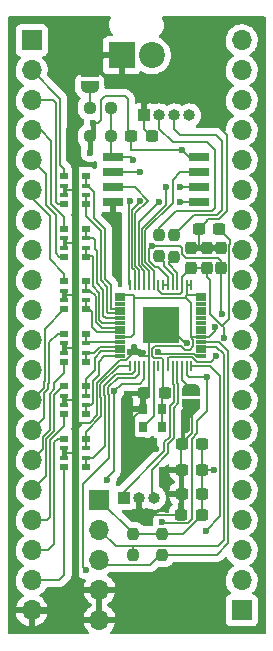
<source format=gbr>
%TF.GenerationSoftware,KiCad,Pcbnew,(6.0.0)*%
%TF.CreationDate,2023-01-28T16:33:02+01:00*%
%TF.ProjectId,MH106Enhanced,4d483130-3645-46e6-9861-6e6365642e6b,1*%
%TF.SameCoordinates,PX5255c88PY54c81a0*%
%TF.FileFunction,Copper,L1,Top*%
%TF.FilePolarity,Positive*%
%FSLAX46Y46*%
G04 Gerber Fmt 4.6, Leading zero omitted, Abs format (unit mm)*
G04 Created by KiCad (PCBNEW (6.0.0)) date 2023-01-28 16:33:02*
%MOMM*%
%LPD*%
G01*
G04 APERTURE LIST*
G04 Aperture macros list*
%AMRoundRect*
0 Rectangle with rounded corners*
0 $1 Rounding radius*
0 $2 $3 $4 $5 $6 $7 $8 $9 X,Y pos of 4 corners*
0 Add a 4 corners polygon primitive as box body*
4,1,4,$2,$3,$4,$5,$6,$7,$8,$9,$2,$3,0*
0 Add four circle primitives for the rounded corners*
1,1,$1+$1,$2,$3*
1,1,$1+$1,$4,$5*
1,1,$1+$1,$6,$7*
1,1,$1+$1,$8,$9*
0 Add four rect primitives between the rounded corners*
20,1,$1+$1,$2,$3,$4,$5,0*
20,1,$1+$1,$4,$5,$6,$7,0*
20,1,$1+$1,$6,$7,$8,$9,0*
20,1,$1+$1,$8,$9,$2,$3,0*%
%AMFreePoly0*
4,1,22,0.500000,-0.750000,0.000000,-0.750000,0.000000,-0.745033,-0.079941,-0.743568,-0.215256,-0.701293,-0.333266,-0.622738,-0.424486,-0.514219,-0.481581,-0.384460,-0.499164,-0.250000,-0.500000,-0.250000,-0.500000,0.250000,-0.499164,0.250000,-0.499963,0.256109,-0.478152,0.396186,-0.417904,0.524511,-0.324060,0.630769,-0.204165,0.706417,-0.067858,0.745374,0.000000,0.744959,0.000000,0.750000,
0.500000,0.750000,0.500000,-0.750000,0.500000,-0.750000,$1*%
%AMFreePoly1*
4,1,20,0.000000,0.744959,0.073905,0.744508,0.209726,0.703889,0.328688,0.626782,0.421226,0.519385,0.479903,0.390333,0.500000,0.250000,0.500000,-0.250000,0.499851,-0.262216,0.476331,-0.402017,0.414519,-0.529596,0.319384,-0.634700,0.198574,-0.708877,0.061801,-0.746166,0.000000,-0.745033,0.000000,-0.750000,-0.500000,-0.750000,-0.500000,0.750000,0.000000,0.750000,0.000000,0.744959,
0.000000,0.744959,$1*%
G04 Aperture macros list end*
%TA.AperFunction,ComponentPad*%
%ADD10R,1.700000X1.700000*%
%TD*%
%TA.AperFunction,ComponentPad*%
%ADD11O,1.700000X1.700000*%
%TD*%
%TA.AperFunction,SMDPad,CuDef*%
%ADD12RoundRect,0.237500X0.300000X0.237500X-0.300000X0.237500X-0.300000X-0.237500X0.300000X-0.237500X0*%
%TD*%
%TA.AperFunction,SMDPad,CuDef*%
%ADD13RoundRect,0.237500X0.237500X-0.250000X0.237500X0.250000X-0.237500X0.250000X-0.237500X-0.250000X0*%
%TD*%
%TA.AperFunction,SMDPad,CuDef*%
%ADD14FreePoly0,270.000000*%
%TD*%
%TA.AperFunction,SMDPad,CuDef*%
%ADD15FreePoly1,270.000000*%
%TD*%
%TA.AperFunction,SMDPad,CuDef*%
%ADD16R,0.800000X0.500000*%
%TD*%
%TA.AperFunction,SMDPad,CuDef*%
%ADD17R,0.800000X0.400000*%
%TD*%
%TA.AperFunction,ComponentPad*%
%ADD18C,2.200000*%
%TD*%
%TA.AperFunction,ComponentPad*%
%ADD19R,2.200000X2.200000*%
%TD*%
%TA.AperFunction,SMDPad,CuDef*%
%ADD20RoundRect,0.237500X-0.300000X-0.237500X0.300000X-0.237500X0.300000X0.237500X-0.300000X0.237500X0*%
%TD*%
%TA.AperFunction,ComponentPad*%
%ADD21R,1.000000X1.000000*%
%TD*%
%TA.AperFunction,ComponentPad*%
%ADD22O,1.000000X1.000000*%
%TD*%
%TA.AperFunction,SMDPad,CuDef*%
%ADD23R,1.700000X0.650000*%
%TD*%
%TA.AperFunction,SMDPad,CuDef*%
%ADD24RoundRect,0.237500X0.237500X-0.300000X0.237500X0.300000X-0.237500X0.300000X-0.237500X-0.300000X0*%
%TD*%
%TA.AperFunction,SMDPad,CuDef*%
%ADD25RoundRect,0.006000X-0.414000X-0.094000X0.414000X-0.094000X0.414000X0.094000X-0.414000X0.094000X0*%
%TD*%
%TA.AperFunction,SMDPad,CuDef*%
%ADD26RoundRect,0.020000X-0.080000X-0.400000X0.080000X-0.400000X0.080000X0.400000X-0.080000X0.400000X0*%
%TD*%
%TA.AperFunction,SMDPad,CuDef*%
%ADD27R,3.100000X3.100000*%
%TD*%
%TA.AperFunction,SMDPad,CuDef*%
%ADD28FreePoly1,90.000000*%
%TD*%
%TA.AperFunction,SMDPad,CuDef*%
%ADD29FreePoly0,90.000000*%
%TD*%
%TA.AperFunction,SMDPad,CuDef*%
%ADD30RoundRect,0.237500X0.250000X0.237500X-0.250000X0.237500X-0.250000X-0.237500X0.250000X-0.237500X0*%
%TD*%
%TA.AperFunction,SMDPad,CuDef*%
%ADD31R,0.650000X0.850000*%
%TD*%
%TA.AperFunction,SMDPad,CuDef*%
%ADD32RoundRect,0.237500X-0.250000X-0.237500X0.250000X-0.237500X0.250000X0.237500X-0.250000X0.237500X0*%
%TD*%
%TA.AperFunction,ViaPad*%
%ADD33C,0.600000*%
%TD*%
%TA.AperFunction,Conductor*%
%ADD34C,0.200000*%
%TD*%
%TA.AperFunction,Conductor*%
%ADD35C,0.150000*%
%TD*%
%TA.AperFunction,Conductor*%
%ADD36C,0.600000*%
%TD*%
%TA.AperFunction,Conductor*%
%ADD37C,0.152400*%
%TD*%
%TA.AperFunction,Conductor*%
%ADD38C,0.400000*%
%TD*%
G04 APERTURE END LIST*
D10*
%TO.P,J6,1,Pin_1*%
%TO.N,+3V3*%
X8305800Y11912600D03*
D11*
%TO.P,J6,2,Pin_2*%
%TO.N,SDA*%
X8305800Y9372600D03*
%TO.P,J6,3,Pin_3*%
%TO.N,SCL*%
X8305800Y6832600D03*
%TO.P,J6,4,Pin_4*%
%TO.N,GND*%
X8305800Y4292600D03*
%TO.P,J6,5,Pin_5*%
X8305800Y1752600D03*
%TD*%
D12*
%TO.P,C13,1*%
%TO.N,+3V3*%
X16998100Y12420600D03*
%TO.P,C13,2*%
%TO.N,GND*%
X15273100Y12420600D03*
%TD*%
%TO.P,C14,1*%
%TO.N,+3V3*%
X16998100Y14452600D03*
%TO.P,C14,2*%
%TO.N,GND*%
X15273100Y14452600D03*
%TD*%
%TO.P,C8,1*%
%TO.N,+3V3*%
X13815400Y20955000D03*
%TO.P,C8,2*%
%TO.N,GND*%
X12090400Y20955000D03*
%TD*%
D13*
%TO.P,R6,1*%
%TO.N,SCL*%
X13635200Y7215500D03*
%TO.P,R6,2*%
%TO.N,+3V3*%
X13635200Y9040500D03*
%TD*%
D14*
%TO.P,JP2,1,A*%
%TO.N,GND*%
X7465400Y48163000D03*
D15*
%TO.P,JP2,2,B*%
%TO.N,/~{USB_BOOT}*%
X7465400Y46863000D03*
%TD*%
D16*
%TO.P,RN1,8,R1.2*%
%TO.N,~{GR}*%
X7137400Y39300000D03*
D17*
%TO.P,RN1,7,R2.2*%
X7137400Y38500000D03*
%TO.P,RN1,6,R3.2*%
%TO.N,EOSC*%
X7137400Y37700000D03*
D16*
%TO.P,RN1,5,R4.2*%
X7137400Y36900000D03*
%TO.P,RN1,4,R4.1*%
%TO.N,Net-(J1-Pad3)*%
X5337400Y36900000D03*
D17*
%TO.P,RN1,3,R3.1*%
%TO.N,GND*%
X5337400Y37700000D03*
%TO.P,RN1,2,R2.1*%
X5337400Y38500000D03*
D16*
%TO.P,RN1,1,R1.1*%
%TO.N,Net-(J1-Pad2)*%
X5337400Y39300000D03*
%TD*%
D13*
%TO.P,R2,1*%
%TO.N,D+*%
X13360400Y32512000D03*
%TO.P,R2,2*%
%TO.N,Net-(J4-Pad2)*%
X13360400Y34337000D03*
%TD*%
D16*
%TO.P,RN3,1,R1.1*%
%TO.N,Net-(J1-Pad6)*%
X5337400Y30410000D03*
D17*
%TO.P,RN3,2,R2.1*%
%TO.N,GND*%
X5337400Y29610000D03*
%TO.P,RN3,3,R3.1*%
X5337400Y28810000D03*
D16*
%TO.P,RN3,4,R4.1*%
%TO.N,Net-(J1-Pad13)*%
X5337400Y28010000D03*
%TO.P,RN3,5,R4.2*%
%TO.N,MC 0*%
X7137400Y28010000D03*
D17*
%TO.P,RN3,6,R3.2*%
X7137400Y28810000D03*
%TO.P,RN3,7,R2.2*%
%TO.N,~{DO}{slash}RY*%
X7137400Y29610000D03*
D16*
%TO.P,RN3,8,R1.2*%
X7137400Y30410000D03*
%TD*%
D18*
%TO.P,J3,1,Pin_1*%
%TO.N,5V*%
X12725400Y49530000D03*
D19*
%TO.P,J3,2,Pin_2*%
%TO.N,GND*%
X10185400Y49530000D03*
%TD*%
D13*
%TO.P,R5,1*%
%TO.N,SDA*%
X11125200Y7215500D03*
%TO.P,R5,2*%
%TO.N,+3V3*%
X11125200Y9040500D03*
%TD*%
D20*
%TO.P,C1,1*%
%TO.N,+3V3*%
X11000400Y42672000D03*
%TO.P,C1,2*%
%TO.N,GND*%
X12725400Y42672000D03*
%TD*%
D16*
%TO.P,RN2,1,R1.1*%
%TO.N,Net-(J1-Pad4)*%
X5337400Y34855000D03*
D17*
%TO.P,RN2,2,R2.1*%
%TO.N,GND*%
X5337400Y34055000D03*
%TO.P,RN2,3,R3.1*%
X5337400Y33255000D03*
D16*
%TO.P,RN2,4,R4.1*%
%TO.N,Net-(J1-Pad5)*%
X5337400Y32455000D03*
%TO.P,RN2,5,R4.2*%
%TO.N,~{LST}{slash}LSP*%
X7137400Y32455000D03*
D17*
%TO.P,RN2,6,R3.2*%
X7137400Y33255000D03*
%TO.P,RN2,7,R2.2*%
%TO.N,Z*%
X7137400Y34055000D03*
D16*
%TO.P,RN2,8,R1.2*%
X7137400Y34855000D03*
%TD*%
D21*
%TO.P,J5,1,Pin_1*%
%TO.N,Net-(J5-Pad1)*%
X10390400Y12065000D03*
D22*
%TO.P,J5,2,Pin_2*%
%TO.N,GND*%
X11660400Y12065000D03*
%TO.P,J5,3,Pin_3*%
%TO.N,Net-(J5-Pad3)*%
X12930400Y12065000D03*
%TD*%
D23*
%TO.P,U6,1,~{CS}*%
%TO.N,QSPI_CSN*%
X9423400Y40894000D03*
%TO.P,U6,2,DO(IO1)*%
%TO.N,QSPI_SD1*%
X9423400Y39624000D03*
%TO.P,U6,3,IO2*%
%TO.N,QSPI_SD2*%
X9423400Y38354000D03*
%TO.P,U6,4,GND*%
%TO.N,GND*%
X9423400Y37084000D03*
%TO.P,U6,5,DI(IO0)*%
%TO.N,QSPI_SD0*%
X16723400Y37084000D03*
%TO.P,U6,6,CLK*%
%TO.N,QSPI_SCLK*%
X16723400Y38354000D03*
%TO.P,U6,7,IO3*%
%TO.N,QSPI_SD3*%
X16723400Y39624000D03*
%TO.P,U6,8,VCC*%
%TO.N,+3V3*%
X16723400Y40894000D03*
%TD*%
D12*
%TO.P,C4,1*%
%TO.N,+1V1*%
X18440400Y34798000D03*
%TO.P,C4,2*%
%TO.N,GND*%
X16715400Y34798000D03*
%TD*%
D16*
%TO.P,RN4,1,R1.1*%
%TO.N,Net-(J1-Pad14)*%
X5337400Y25965000D03*
D17*
%TO.P,RN4,2,R2.1*%
%TO.N,GND*%
X5337400Y25165000D03*
%TO.P,RN4,3,R3.1*%
X5337400Y24365000D03*
D16*
%TO.P,RN4,4,R4.1*%
%TO.N,Net-(J1-Pad15)*%
X5337400Y23565000D03*
%TO.P,RN4,5,R4.2*%
%TO.N,SST{slash}SSP*%
X7137400Y23565000D03*
D17*
%TO.P,RN4,6,R3.2*%
X7137400Y24365000D03*
%TO.P,RN4,7,R2.2*%
%TO.N,MC 1*%
X7137400Y25165000D03*
D16*
%TO.P,RN4,8,R1.2*%
X7137400Y25965000D03*
%TD*%
D24*
%TO.P,C7,1*%
%TO.N,+3V3*%
X18592800Y31521400D03*
%TO.P,C7,2*%
%TO.N,GND*%
X18592800Y33246400D03*
%TD*%
D12*
%TO.P,C15,1*%
%TO.N,+3V3*%
X16998100Y16611600D03*
%TO.P,C15,2*%
%TO.N,GND*%
X15273100Y16611600D03*
%TD*%
D25*
%TO.P,U1,1,IOVDD*%
%TO.N,+3V3*%
X10052400Y29270000D03*
%TO.P,U1,2,GPIO0*%
%TO.N,unconnected-(U1-Pad2)*%
X10052400Y28870000D03*
%TO.P,U1,3,GPIO1*%
%TO.N,unconnected-(U1-Pad3)*%
X10052400Y28470000D03*
%TO.P,U1,4,GPIO2*%
%TO.N,~{GR}*%
X10052400Y28070000D03*
%TO.P,U1,5,GPIO3*%
%TO.N,EOSC*%
X10052400Y27670000D03*
%TO.P,U1,6,GPIO4*%
%TO.N,Z*%
X10052400Y27270000D03*
%TO.P,U1,7,GPIO5*%
%TO.N,~{LST}{slash}LSP*%
X10052400Y26870000D03*
%TO.P,U1,8,GPIO6*%
%TO.N,~{DO}{slash}RY*%
X10052400Y26470000D03*
%TO.P,U1,9,GPIO7*%
%TO.N,MC 0*%
X10052400Y26070000D03*
%TO.P,U1,10,IOVDD*%
%TO.N,+3V3*%
X10052400Y25670000D03*
%TO.P,U1,11,GPIO8*%
%TO.N,MC 1*%
X10052400Y25270000D03*
%TO.P,U1,12,GPIO9*%
%TO.N,SST{slash}SSP*%
X10052400Y24870000D03*
%TO.P,U1,13,GPIO10*%
%TO.N,NUL{slash}LAP{slash}LAP*%
X10052400Y24470000D03*
%TO.P,U1,14,GPIO11*%
%TO.N,CHOD.FO{slash}~{NAST}*%
X10052400Y24070000D03*
D26*
%TO.P,U1,15,GPIO12*%
%TO.N,PHASE*%
X10887400Y23235000D03*
%TO.P,U1,16,GPIO13*%
%TO.N,STROBE in*%
X11287400Y23235000D03*
%TO.P,U1,17,GPIO14*%
%TO.N,STROBE out*%
X11687400Y23235000D03*
%TO.P,U1,18,GPIO15*%
%TO.N,Shift_SRCK*%
X12087400Y23235000D03*
%TO.P,U1,19,TESTEN*%
%TO.N,GND*%
X12487400Y23235000D03*
%TO.P,U1,20,XIN*%
%TO.N,XIN*%
X12887400Y23235000D03*
%TO.P,U1,21,XOUT*%
%TO.N,unconnected-(U1-Pad21)*%
X13287400Y23235000D03*
%TO.P,U1,22,IOVDD*%
%TO.N,+3V3*%
X13687400Y23235000D03*
%TO.P,U1,23,DVDD*%
%TO.N,+1V1*%
X14087400Y23235000D03*
%TO.P,U1,24,SWCLK*%
%TO.N,Net-(J5-Pad1)*%
X14487400Y23235000D03*
%TO.P,U1,25,SWD*%
%TO.N,Net-(J5-Pad3)*%
X14887400Y23235000D03*
%TO.P,U1,26,RUN*%
%TO.N,Net-(JP1-Pad2)*%
X15287400Y23235000D03*
%TO.P,U1,27,GPIO16*%
%TO.N,Shift_RCK*%
X15687400Y23235000D03*
%TO.P,U1,28,GPIO17*%
%TO.N,Shift_Data*%
X16087400Y23235000D03*
D25*
%TO.P,U1,29,GPIO18*%
%TO.N,~{CAL} out*%
X16922400Y24070000D03*
%TO.P,U1,30,GPIO19*%
%TO.N,unconnected-(U1-Pad30)*%
X16922400Y24470000D03*
%TO.P,U1,31,GPIO20*%
%TO.N,SDA*%
X16922400Y24870000D03*
%TO.P,U1,32,GPIO21*%
%TO.N,SCL*%
X16922400Y25270000D03*
%TO.P,U1,33,IOVDD*%
%TO.N,+3V3*%
X16922400Y25670000D03*
%TO.P,U1,34,GPIO22*%
%TO.N,unconnected-(U1-Pad34)*%
X16922400Y26070000D03*
%TO.P,U1,35,GPIO23*%
%TO.N,unconnected-(U1-Pad35)*%
X16922400Y26470000D03*
%TO.P,U1,36,GPIO24*%
%TO.N,unconnected-(U1-Pad36)*%
X16922400Y26870000D03*
%TO.P,U1,37,GPIO25*%
%TO.N,unconnected-(U1-Pad37)*%
X16922400Y27270000D03*
%TO.P,U1,38,GPIO26/ADC0*%
%TO.N,unconnected-(U1-Pad38)*%
X16922400Y27670000D03*
%TO.P,U1,39,GPIO27/ADC1*%
%TO.N,unconnected-(U1-Pad39)*%
X16922400Y28070000D03*
%TO.P,U1,40,GPIO28/ADC2*%
%TO.N,unconnected-(U1-Pad40)*%
X16922400Y28470000D03*
%TO.P,U1,41,GPIO29/ADC3*%
%TO.N,unconnected-(U1-Pad41)*%
X16922400Y28870000D03*
%TO.P,U1,42,IOVDD*%
%TO.N,+3V3*%
X16922400Y29270000D03*
D26*
%TO.P,U1,43,ADC_AVDD*%
X16087400Y30105000D03*
%TO.P,U1,44,VREG_VIN*%
X15687400Y30105000D03*
%TO.P,U1,45,VREG_VOUT*%
%TO.N,+1V1*%
X15287400Y30105000D03*
%TO.P,U1,46,USB_DM*%
%TO.N,D-*%
X14887400Y30105000D03*
%TO.P,U1,47,USB_DP*%
%TO.N,D+*%
X14487400Y30105000D03*
%TO.P,U1,48,USB_VDD*%
%TO.N,+3V3*%
X14087400Y30105000D03*
%TO.P,U1,49,IOVDD*%
X13687400Y30105000D03*
%TO.P,U1,50,DVDD*%
%TO.N,+1V1*%
X13287400Y30105000D03*
%TO.P,U1,51,QSPI_SD3*%
%TO.N,QSPI_SD3*%
X12887400Y30105000D03*
%TO.P,U1,52,QSPI_SCLK*%
%TO.N,QSPI_SCLK*%
X12487400Y30105000D03*
%TO.P,U1,53,QSPI_SD0*%
%TO.N,QSPI_SD0*%
X12087400Y30105000D03*
%TO.P,U1,54,QSPI_SD2*%
%TO.N,QSPI_SD2*%
X11687400Y30105000D03*
%TO.P,U1,55,QSPI_SD1*%
%TO.N,QSPI_SD1*%
X11287400Y30105000D03*
%TO.P,U1,56,QSPI_CSN*%
%TO.N,QSPI_CSN*%
X10887400Y30105000D03*
D27*
%TO.P,U1,57,GND*%
%TO.N,GND*%
X13487400Y26670000D03*
%TD*%
D13*
%TO.P,R1,1*%
%TO.N,D-*%
X14630400Y32488500D03*
%TO.P,R1,2*%
%TO.N,Net-(J4-Pad3)*%
X14630400Y34313500D03*
%TD*%
D24*
%TO.P,C3,1*%
%TO.N,+1V1*%
X16078200Y31521400D03*
%TO.P,C3,2*%
%TO.N,GND*%
X16078200Y33246400D03*
%TD*%
D28*
%TO.P,JP1,2,B*%
%TO.N,Net-(JP1-Pad2)*%
X16078200Y21234400D03*
D29*
%TO.P,JP1,1,A*%
%TO.N,GND*%
X16078200Y19934400D03*
%TD*%
D30*
%TO.P,R3,1*%
%TO.N,QSPI_CSN*%
X9296400Y45085000D03*
%TO.P,R3,2*%
%TO.N,/~{USB_BOOT}*%
X7471400Y45085000D03*
%TD*%
D31*
%TO.P,U7,1,Standby*%
%TO.N,+3V3*%
X13613400Y19584000D03*
%TO.P,U7,2,GND*%
%TO.N,GND*%
X11963400Y19584000D03*
%TO.P,U7,3,Out*%
%TO.N,XIN*%
X11963400Y18034000D03*
%TO.P,U7,4,VDD*%
%TO.N,+3V3*%
X13613400Y18034000D03*
%TD*%
D16*
%TO.P,RN6,1,R1.1*%
%TO.N,Net-(J1-Pad18)*%
X5337400Y17075000D03*
D17*
%TO.P,RN6,2,R2.1*%
%TO.N,GND*%
X5337400Y16275000D03*
%TO.P,RN6,3,R3.1*%
X5337400Y15475000D03*
D16*
%TO.P,RN6,4,R4.1*%
%TO.N,STROBE*%
X5337400Y14675000D03*
%TO.P,RN6,5,R4.2*%
%TO.N,STROBE in*%
X7137400Y14675000D03*
D17*
%TO.P,RN6,6,R3.2*%
X7137400Y15475000D03*
%TO.P,RN6,7,R2.2*%
%TO.N,PHASE*%
X7137400Y16275000D03*
D16*
%TO.P,RN6,8,R1.2*%
X7137400Y17075000D03*
%TD*%
D12*
%TO.P,C12,1*%
%TO.N,+3V3*%
X16966100Y10642600D03*
%TO.P,C12,2*%
%TO.N,GND*%
X15241100Y10642600D03*
%TD*%
D32*
%TO.P,R4,1*%
%TO.N,+3V3*%
X7471400Y42672000D03*
%TO.P,R4,2*%
%TO.N,QSPI_CSN*%
X9296400Y42672000D03*
%TD*%
D21*
%TO.P,J4,1,Pin_1*%
%TO.N,GND*%
X12090400Y44450000D03*
D22*
%TO.P,J4,2,Pin_2*%
%TO.N,Net-(J4-Pad2)*%
X13360400Y44450000D03*
%TO.P,J4,3,Pin_3*%
%TO.N,Net-(J4-Pad3)*%
X14630400Y44450000D03*
%TO.P,J4,4,Pin_4*%
%TO.N,5V*%
X15900400Y44450000D03*
%TD*%
D16*
%TO.P,RN5,1,R1.1*%
%TO.N,Net-(J1-Pad16)*%
X5337400Y21520000D03*
D17*
%TO.P,RN5,2,R2.1*%
%TO.N,GND*%
X5337400Y20720000D03*
%TO.P,RN5,3,R3.1*%
X5337400Y19920000D03*
D16*
%TO.P,RN5,4,R4.1*%
%TO.N,Net-(J1-Pad17)*%
X5337400Y19120000D03*
%TO.P,RN5,5,R4.2*%
%TO.N,CHOD.FO{slash}~{NAST}*%
X7137400Y19120000D03*
D17*
%TO.P,RN5,6,R3.2*%
X7137400Y19920000D03*
%TO.P,RN5,7,R2.2*%
%TO.N,NUL{slash}LAP{slash}LAP*%
X7137400Y20720000D03*
D16*
%TO.P,RN5,8,R1.2*%
X7137400Y21520000D03*
%TD*%
D24*
%TO.P,C2,1*%
%TO.N,+1V1*%
X17373600Y31521400D03*
%TO.P,C2,2*%
%TO.N,GND*%
X17373600Y33246400D03*
%TD*%
D10*
%TO.P,J2,1,Pin_1*%
%TO.N,BCD A{slash}AS 0*%
X20345400Y2540000D03*
D11*
%TO.P,J2,2,Pin_2*%
%TO.N,BCD B{slash}AS 1*%
X20345400Y5080000D03*
%TO.P,J2,3,Pin_3*%
%TO.N,BCD C{slash}AS 2*%
X20345400Y7620000D03*
%TO.P,J2,4,Pin_4*%
%TO.N,BCD D{slash}AS 3*%
X20345400Y10160000D03*
%TO.P,J2,5,Pin_5*%
%TO.N,SEG G{slash}NE{slash}AS 4*%
X20345400Y12700000D03*
%TO.P,J2,6,Pin_6*%
%TO.N,SEG A{slash}SO{slash}AS 5*%
X20345400Y15240000D03*
%TO.P,J2,7,Pin_7*%
%TO.N,SEG F{slash}PA{slash}AS 6*%
X20345400Y17780000D03*
%TO.P,J2,8,Pin_8*%
%TO.N,SEG E{slash}CT{slash}AS 7*%
X20345400Y20320000D03*
%TO.P,J2,9,Pin_9*%
%TO.N,SEG B{slash}ST{slash}AS 8*%
X20345400Y22860000D03*
%TO.P,J2,10,Pin_10*%
%TO.N,SEG C{slash}UT{slash}AS 9*%
X20345400Y25400000D03*
%TO.P,J2,11,Pin_11*%
%TO.N,SEG D{slash}PO{slash}AS 10*%
X20345400Y27940000D03*
%TO.P,J2,12,Pin_12*%
%TO.N,~{DMX 1}*%
X20345400Y30480000D03*
%TO.P,J2,13,Pin_13*%
%TO.N,~{DMX 2}*%
X20345400Y33020000D03*
%TO.P,J2,14,Pin_14*%
%TO.N,~{DMX 3}*%
X20345400Y35560000D03*
%TO.P,J2,15,Pin_15*%
%TO.N,~{DMX 4}*%
X20345400Y38100000D03*
%TO.P,J2,16,Pin_16*%
%TO.N,~{DMX 5}*%
X20345400Y40640000D03*
%TO.P,J2,17,Pin_17*%
%TO.N,~{DMX 6}*%
X20345400Y43180000D03*
%TO.P,J2,18,Pin_18*%
%TO.N,~{DMX 7}*%
X20345400Y45720000D03*
%TO.P,J2,19,Pin_19*%
%TO.N,~{DMX 8}*%
X20345400Y48260000D03*
%TO.P,J2,20,Pin_20*%
%TO.N,ICC 2*%
X20345400Y50800000D03*
%TD*%
D10*
%TO.P,J1,1,Pin_1*%
%TO.N,ICC1*%
X2565400Y50800000D03*
D11*
%TO.P,J1,2,Pin_2*%
%TO.N,Net-(J1-Pad2)*%
X2565400Y48260000D03*
%TO.P,J1,3,Pin_3*%
%TO.N,Net-(J1-Pad3)*%
X2565400Y45720000D03*
%TO.P,J1,4,Pin_4*%
%TO.N,Net-(J1-Pad4)*%
X2565400Y43180000D03*
%TO.P,J1,5,Pin_5*%
%TO.N,Net-(J1-Pad5)*%
X2565400Y40640000D03*
%TO.P,J1,6,Pin_6*%
%TO.N,Net-(J1-Pad6)*%
X2565400Y38100000D03*
%TO.P,J1,7,Pin_7*%
%TO.N,~{LSL}*%
X2565400Y35560000D03*
%TO.P,J1,8,Pin_8*%
%TO.N,~{LSS}*%
X2565400Y33020000D03*
%TO.P,J1,9,Pin_9*%
%TO.N,~{LML}*%
X2565400Y30480000D03*
%TO.P,J1,10,Pin_10*%
%TO.N,~{LMS}*%
X2565400Y27940000D03*
%TO.P,J1,11,Pin_11*%
%TO.N,~{ALARM}*%
X2565400Y25400000D03*
%TO.P,J1,12,Pin_12*%
%TO.N,~{CAL}*%
X2565400Y22860000D03*
%TO.P,J1,13,Pin_13*%
%TO.N,Net-(J1-Pad13)*%
X2565400Y20320000D03*
%TO.P,J1,14,Pin_14*%
%TO.N,Net-(J1-Pad14)*%
X2565400Y17780000D03*
%TO.P,J1,15,Pin_15*%
%TO.N,Net-(J1-Pad15)*%
X2565400Y15240000D03*
%TO.P,J1,16,Pin_16*%
%TO.N,Net-(J1-Pad16)*%
X2565400Y12700000D03*
%TO.P,J1,17,Pin_17*%
%TO.N,Net-(J1-Pad17)*%
X2565400Y10160000D03*
%TO.P,J1,18,Pin_18*%
%TO.N,Net-(J1-Pad18)*%
X2565400Y7620000D03*
%TO.P,J1,19,Pin_19*%
%TO.N,STROBE*%
X2565400Y5080000D03*
%TO.P,J1,20,Pin_20*%
%TO.N,GND*%
X2565400Y2540000D03*
%TD*%
D33*
%TO.N,Shift_RCK*%
X17449800Y22275800D03*
%TO.N,+3V3*%
X18008600Y14452600D03*
%TO.N,GND*%
X13055600Y16179800D03*
X13639800Y14452600D03*
X10907889Y24390900D03*
%TO.N,Shift_SRCK*%
X8940800Y13563600D03*
%TO.N,GND*%
X15729612Y25139081D03*
%TO.N,Shift_RCK*%
X13614400Y10058400D03*
%TO.N,Shift_Data*%
X17297400Y9245600D03*
%TO.N,GND*%
X9423400Y35814000D03*
X6248400Y35814000D03*
X6248400Y9398000D03*
X5994400Y43561000D03*
%TO.N,+1V1*%
X18821400Y25603200D03*
X18211800Y24079200D03*
%TO.N,Shift_SRCK*%
X9550400Y21082000D03*
%TO.N,+3V3*%
X7518400Y41275000D03*
X12725400Y33401000D03*
X15316200Y41478200D03*
X18059400Y26543000D03*
X7772400Y43815000D03*
X18719800Y27609800D03*
%TO.N,QSPI_CSN*%
X11176000Y40690800D03*
X10922000Y37236400D03*
%TO.N,QSPI_SCLK*%
X13944600Y38354000D03*
X15138400Y38354000D03*
%TO.N,QSPI_SD0*%
X13309600Y37084000D03*
X15138400Y37084000D03*
%TO.N,QSPI_SD1*%
X11734800Y39624000D03*
X11709400Y37236400D03*
%TO.N,~{CAL} out*%
X13290420Y24383989D03*
%TO.N,STROBE out*%
X7137400Y5969000D03*
%TD*%
D34*
%TO.N,/~{USB_BOOT}*%
X7471400Y45085000D02*
X7471400Y46816000D01*
%TO.N,Shift_RCK*%
X15802810Y9941080D02*
X13731720Y9941080D01*
X16103600Y10241870D02*
X15802810Y9941080D01*
X16103600Y17037730D02*
X16103600Y10241870D01*
X16586200Y18592800D02*
X16586200Y17520330D01*
X17449800Y19456400D02*
X16586200Y18592800D01*
X17449800Y22275800D02*
X17449800Y19456400D01*
X15687400Y22463400D02*
X15687400Y23235000D01*
X15875000Y22275800D02*
X15687400Y22463400D01*
X17449800Y22275800D02*
X15875000Y22275800D01*
X13731720Y9941080D02*
X13614400Y10058400D01*
X16586200Y17520330D02*
X16103600Y17037730D01*
%TO.N,Shift_Data*%
X18542000Y10490200D02*
X17297400Y9245600D01*
X17659000Y23235000D02*
X18542000Y22352000D01*
X16087400Y23235000D02*
X17659000Y23235000D01*
X18542000Y22352000D02*
X18542000Y10490200D01*
D35*
%TO.N,+1V1*%
X19293889Y29961889D02*
X19278600Y29946600D01*
X19293889Y33490907D02*
X19293889Y29961889D01*
X19329400Y33526418D02*
X19293889Y33490907D01*
X19329400Y33909000D02*
X19329400Y33526418D01*
D34*
X19268889Y27193689D02*
X18694400Y26619200D01*
X19268889Y29913071D02*
X19268889Y27193689D01*
X18440400Y34798000D02*
X19329400Y33909000D01*
%TO.N,+3V3*%
X15646400Y28956000D02*
X16027400Y28575000D01*
X16027400Y28575000D02*
X16027400Y25654000D01*
D35*
%TO.N,GND*%
X10907889Y24390900D02*
X11222300Y24390900D01*
X11753166Y24111089D02*
X12408289Y24111089D01*
X11473355Y24390900D02*
X11753166Y24111089D01*
X11222300Y24390900D02*
X11473355Y24390900D01*
X10010751Y23746765D02*
X10578165Y23746765D01*
X8069329Y21805342D02*
X10010751Y23746765D01*
X8069329Y20468520D02*
X8069329Y21805342D01*
X8099320Y19041334D02*
X8099320Y20438528D01*
X10578165Y23746765D02*
X11222300Y24390900D01*
X7472986Y18415000D02*
X8099320Y19041334D01*
X8099320Y20438528D02*
X8069329Y20468520D01*
X6248400Y18415000D02*
X7472986Y18415000D01*
D34*
%TO.N,+3V3*%
X16998100Y14452600D02*
X18008600Y14452600D01*
D35*
%TO.N,GND*%
X11430000Y17145000D02*
X11252200Y17322800D01*
X12090400Y17145000D02*
X11430000Y17145000D01*
X11252200Y17322800D02*
X11252200Y18872800D01*
X13055600Y16179800D02*
X12090400Y17145000D01*
X11252200Y18872800D02*
X11963400Y19584000D01*
X15273100Y14452600D02*
X13639800Y14452600D01*
D34*
%TO.N,Net-(J5-Pad1)*%
X10185400Y12420600D02*
X10185400Y12065000D01*
X13795880Y16031080D02*
X10185400Y12420600D01*
X13795880Y16796472D02*
X13795880Y16031080D01*
X14249400Y17249993D02*
X13795880Y16796472D01*
X14630400Y21590000D02*
X14630400Y20193000D01*
X14249400Y19812000D02*
X14249400Y17249993D01*
X14487400Y23235000D02*
X14487400Y21733000D01*
X14487400Y21733000D02*
X14630400Y21590000D01*
X14630400Y20193000D02*
X14249400Y19812000D01*
%TO.N,Net-(J5-Pad3)*%
X12725400Y14452600D02*
X12725400Y12065000D01*
X14122400Y15849600D02*
X12725400Y14452600D01*
X14575920Y19676750D02*
X14575920Y17114743D01*
X14956920Y20057750D02*
X14575920Y19676750D01*
X14956920Y21725250D02*
X14956920Y20057750D01*
X14887400Y21794770D02*
X14956920Y21725250D01*
X14122400Y16661223D02*
X14122400Y15849600D01*
X14887400Y23235000D02*
X14887400Y21794770D01*
X14575920Y17114743D02*
X14122400Y16661223D01*
%TO.N,CHOD.FO{slash}~{NAST}*%
X7767809Y20061409D02*
X7626400Y19920000D01*
X8225920Y22424520D02*
X7767809Y21966409D01*
X8225920Y23567520D02*
X8225920Y22424520D01*
X8728400Y24070000D02*
X8225920Y23567520D01*
X7767809Y21966409D02*
X7767809Y20061409D01*
X7626400Y19920000D02*
X7137400Y19920000D01*
X10052400Y24070000D02*
X8728400Y24070000D01*
D36*
%TO.N,GND*%
X6248400Y18415000D02*
X6248400Y20447000D01*
X6248400Y15875000D02*
X6248400Y18415000D01*
D34*
%TO.N,PHASE*%
X9931400Y23241000D02*
X10881400Y23241000D01*
X8370849Y21680449D02*
X9931400Y23241000D01*
X10881400Y23241000D02*
X10887400Y23235000D01*
X8370849Y20593413D02*
X8370849Y21680449D01*
X8440160Y20524102D02*
X8370849Y20593413D01*
X8440160Y18955760D02*
X8440160Y20524102D01*
X7137400Y17653000D02*
X8440160Y18955760D01*
X7137400Y17075000D02*
X7137400Y17653000D01*
%TO.N,STROBE in*%
X11287400Y22806369D02*
X11287400Y23235000D01*
X11069511Y22588480D02*
X11287400Y22806369D01*
X8697369Y21545199D02*
X9740650Y22588480D01*
X9740650Y22588480D02*
X11069511Y22588480D01*
X8697369Y20728662D02*
X8697369Y21545199D01*
X8766680Y16488280D02*
X8766680Y20659350D01*
X7753400Y15475000D02*
X8766680Y16488280D01*
X8766680Y20659350D02*
X8697369Y20728662D01*
X7137400Y15475000D02*
X7753400Y15475000D01*
%TO.N,STROBE out*%
X6883400Y6223000D02*
X7137400Y5969000D01*
X6883400Y13208000D02*
X6883400Y6223000D01*
X9093200Y20794600D02*
X9093200Y15417800D01*
X9093200Y15417800D02*
X6883400Y13208000D01*
X9023889Y21409949D02*
X9023889Y20863911D01*
X9838940Y22225000D02*
X9023889Y21409949D01*
X11328400Y22225000D02*
X9838940Y22225000D01*
X9023889Y20863911D02*
X9093200Y20794600D01*
X11687400Y23235000D02*
X11687400Y22584000D01*
X11687400Y22584000D02*
X11328400Y22225000D01*
%TO.N,Shift_SRCK*%
X8940800Y13766800D02*
X8940800Y13563600D01*
X9550400Y14376400D02*
X8940800Y13766800D01*
X9550400Y21082000D02*
X9550400Y14376400D01*
%TO.N,GND*%
X15577119Y25139081D02*
X15036800Y25679400D01*
X15729612Y25139081D02*
X15577119Y25139081D01*
%TO.N,+3V3*%
X15511523Y24612570D02*
X15263900Y24860193D01*
X16256123Y24920992D02*
X15947701Y24612570D01*
X16256123Y25425277D02*
X16256123Y24920992D01*
X15947701Y24612570D02*
X15511523Y24612570D01*
X15263900Y24860193D02*
X15263900Y24893489D01*
X16027400Y25654000D02*
X16256123Y25425277D01*
X15263900Y24893489D02*
X13869889Y24893489D01*
D35*
%TO.N,~{CAL} out*%
X16503858Y24070000D02*
X16922400Y24070000D01*
X14109462Y24279520D02*
X16294338Y24279520D01*
X16294338Y24279520D02*
X16503858Y24070000D01*
X14061542Y24231600D02*
X14109462Y24279520D01*
X13442809Y24231600D02*
X14061542Y24231600D01*
X13290420Y24383989D02*
X13442809Y24231600D01*
D34*
%TO.N,GND*%
X15273100Y16669000D02*
X16129000Y17524900D01*
X15273100Y16611600D02*
X15273100Y16669000D01*
%TO.N,+3V3*%
X13635200Y9040500D02*
X15364000Y9040500D01*
X15364000Y9040500D02*
X16966100Y10642600D01*
%TO.N,GND*%
X11455400Y11582400D02*
X11455400Y12065000D01*
X12395200Y10642600D02*
X11455400Y11582400D01*
X15241100Y10642600D02*
X12395200Y10642600D01*
%TO.N,+3V3*%
X11125200Y9093200D02*
X8305800Y11912600D01*
X11125200Y9040500D02*
X11125200Y9093200D01*
X13635200Y9040500D02*
X11125200Y9040500D01*
X16998100Y10674600D02*
X16998100Y16611600D01*
X16966100Y10642600D02*
X16998100Y10674600D01*
%TO.N,SDA*%
X9677400Y8001000D02*
X11099800Y8001000D01*
X8305800Y9372600D02*
X9677400Y8001000D01*
%TO.N,~{GR}*%
X8751960Y30615250D02*
X8751960Y34834440D01*
X8751960Y34834440D02*
X7848600Y35737800D01*
X9278000Y30089210D02*
X8751960Y30615250D01*
X7848600Y35737800D02*
X7848600Y37996289D01*
X7137400Y39300000D02*
X7137400Y38500000D01*
X10052400Y28070000D02*
X9293400Y28070000D01*
X7848600Y37996289D02*
X7344889Y38500000D01*
X9293400Y28070000D02*
X9278000Y28085400D01*
X7344889Y38500000D02*
X7137400Y38500000D01*
X9278000Y28085400D02*
X9278000Y30089210D01*
%TO.N,EOSC*%
X8951480Y27776920D02*
X8951480Y29953960D01*
X10052400Y27670000D02*
X9058400Y27670000D01*
X8425440Y34652960D02*
X7137400Y35941000D01*
X9058400Y27670000D02*
X8951480Y27776920D01*
X8951480Y29953960D02*
X8425440Y30480000D01*
X8425440Y30480000D02*
X8425440Y34652960D01*
X7137400Y37700000D02*
X7137400Y36900000D01*
X7137400Y35941000D02*
X7137400Y36900000D01*
%TO.N,Z*%
X8823400Y27270000D02*
X8624960Y27468440D01*
X10052400Y27270000D02*
X8823400Y27270000D01*
X8098920Y32947480D02*
X7899400Y33147000D01*
X8624960Y29699960D02*
X8098920Y30226000D01*
X8098920Y30226000D02*
X8098920Y32947480D01*
X8624960Y27468440D02*
X8624960Y29699960D01*
X7753400Y34055000D02*
X7137400Y34055000D01*
X7137400Y34855000D02*
X7137400Y34055000D01*
X7899400Y33909000D02*
X7753400Y34055000D01*
X7899400Y33147000D02*
X7899400Y33909000D01*
%TO.N,~{LST}{slash}LSP*%
X8298440Y27113730D02*
X8298440Y29445960D01*
X8542170Y26870000D02*
X8298440Y27113730D01*
X10052400Y26870000D02*
X8542170Y26870000D01*
X7772400Y32512000D02*
X7194400Y32512000D01*
X7137400Y33255000D02*
X7137400Y32455000D01*
X7194400Y32512000D02*
X7137400Y32455000D01*
X7772400Y29972000D02*
X7772400Y32512000D01*
X8298440Y29445960D02*
X7772400Y29972000D01*
%TO.N,~{DO}{slash}RY*%
X7137400Y30410000D02*
X7137400Y29610000D01*
X8480400Y26470000D02*
X7971920Y26978480D01*
X7518400Y29591000D02*
X7971920Y29137480D01*
X7971920Y26978480D02*
X7971920Y29137480D01*
X10052400Y26470000D02*
X8480400Y26470000D01*
%TO.N,MC 0*%
X7448400Y28010000D02*
X7137400Y28010000D01*
X7137400Y28810000D02*
X7137400Y28010000D01*
X7645400Y26543000D02*
X7645400Y27813000D01*
X7645400Y27813000D02*
X7448400Y28010000D01*
X10052400Y26070000D02*
X8118400Y26070000D01*
X8118400Y26070000D02*
X7645400Y26543000D01*
%TO.N,MC 1*%
X7137400Y25965000D02*
X7137400Y25165000D01*
X7242400Y25270000D02*
X7137400Y25165000D01*
X10052400Y25270000D02*
X7242400Y25270000D01*
%TO.N,SST{slash}SSP*%
X7880400Y24365000D02*
X7137400Y24365000D01*
X8385400Y24870000D02*
X7880400Y24365000D01*
X7137400Y24365000D02*
X7137400Y23565000D01*
X10052400Y24870000D02*
X8385400Y24870000D01*
%TO.N,NUL{slash}LAP{slash}LAP*%
X7137400Y21520000D02*
X7137400Y20720000D01*
X8447170Y24470000D02*
X7899400Y23922230D01*
X7899400Y23922230D02*
X7899400Y22860000D01*
X7899400Y22860000D02*
X7137400Y22098000D01*
X7137400Y22098000D02*
X7137400Y21520000D01*
X10052400Y24470000D02*
X8447170Y24470000D01*
%TO.N,CHOD.FO{slash}~{NAST}*%
X7137400Y19920000D02*
X7137400Y19120000D01*
%TO.N,PHASE*%
X7137400Y17075000D02*
X7137400Y16275000D01*
%TO.N,STROBE*%
X5337400Y5566000D02*
X5337400Y14675000D01*
X4851400Y5080000D02*
X5337400Y5566000D01*
X2565400Y5080000D02*
X4851400Y5080000D01*
%TO.N,GND*%
X17424400Y44958000D02*
X17424400Y43688000D01*
X12090400Y43307000D02*
X12090400Y44450000D01*
X12090400Y20320000D02*
X11963400Y20193000D01*
X17424400Y43688000D02*
X17678400Y43434000D01*
X16715400Y34798000D02*
X17416920Y35499520D01*
D36*
X5105400Y2540000D02*
X6248400Y3683000D01*
D34*
X6226400Y33677000D02*
X6248400Y33655000D01*
X11963400Y20193000D02*
X11963400Y19584000D01*
D36*
X6248400Y9398000D02*
X6248400Y15875000D01*
X6248400Y20447000D02*
X6248400Y24638000D01*
X6248400Y35814000D02*
X6248400Y38100000D01*
D34*
X6226400Y15897000D02*
X6248400Y15875000D01*
X5337400Y33677000D02*
X6226400Y33677000D01*
D36*
X5740400Y43307000D02*
X5994400Y43561000D01*
D34*
X18440400Y43434000D02*
X19075400Y42799000D01*
X5337400Y24365000D02*
X5337400Y24787000D01*
X5337400Y37700000D02*
X5337400Y38122000D01*
X12725400Y42672000D02*
X12090400Y43307000D01*
X16715400Y33348000D02*
X16588400Y33221000D01*
X15241100Y16579600D02*
X15273100Y16611600D01*
X12471400Y45593000D02*
X16789400Y45593000D01*
X15241100Y10642600D02*
X15241100Y16579600D01*
X5337400Y20342000D02*
X6143400Y20342000D01*
D36*
X5740400Y40767000D02*
X5740400Y43307000D01*
D34*
X5337400Y15897000D02*
X5337400Y15475000D01*
X16154400Y33221000D02*
X16588400Y33221000D01*
X12487400Y21352000D02*
X12090400Y20955000D01*
X17416920Y35499520D02*
X17416920Y35552520D01*
X12487400Y23235000D02*
X12487400Y25670000D01*
X5337400Y24787000D02*
X5337400Y25165000D01*
X17533360Y35668960D02*
X18422360Y35668960D01*
X5337400Y29232000D02*
X5337400Y28810000D01*
X16129000Y19883600D02*
X16129000Y17524900D01*
X18422360Y35668960D02*
X19075400Y36322000D01*
X6226400Y38122000D02*
X6248400Y38100000D01*
D36*
X6248400Y24638000D02*
X6248400Y29210000D01*
D34*
X17416920Y35552520D02*
X17533360Y35668960D01*
X16789400Y45593000D02*
X17424400Y44958000D01*
X5337400Y15897000D02*
X6226400Y15897000D01*
X12090400Y44450000D02*
X12090400Y45212000D01*
X8885400Y49530000D02*
X10185400Y49530000D01*
X6143400Y20342000D02*
X6248400Y20447000D01*
X9423400Y37084000D02*
X9423400Y35814000D01*
X6099400Y24787000D02*
X6248400Y24638000D01*
D36*
X6248400Y3683000D02*
X6248400Y9398000D01*
D34*
X16588400Y33221000D02*
X18618200Y33221000D01*
X12487400Y25670000D02*
X13487400Y26670000D01*
X12090400Y20955000D02*
X12090400Y20320000D01*
X5337400Y20720000D02*
X5337400Y20342000D01*
D36*
X6248400Y38100000D02*
X6248400Y40259000D01*
D34*
X19075400Y42799000D02*
X19075400Y36322000D01*
X5337400Y33677000D02*
X5337400Y33255000D01*
X5337400Y38122000D02*
X6226400Y38122000D01*
X17678400Y43434000D02*
X18440400Y43434000D01*
X5337400Y24787000D02*
X6099400Y24787000D01*
X12487400Y23235000D02*
X12487400Y21352000D01*
D36*
X6248400Y33655000D02*
X6248400Y35814000D01*
D34*
X6226400Y29232000D02*
X6248400Y29210000D01*
X5337400Y20342000D02*
X5337400Y19920000D01*
X5337400Y16275000D02*
X5337400Y15897000D01*
D36*
X6248400Y40259000D02*
X5740400Y40767000D01*
D34*
X7518400Y48163000D02*
X8885400Y49530000D01*
X16715400Y34798000D02*
X16715400Y33348000D01*
D36*
X6248400Y29210000D02*
X6248400Y33655000D01*
D34*
X5337400Y34055000D02*
X5337400Y33677000D01*
D36*
X2565400Y2540000D02*
X5105400Y2540000D01*
D34*
X12090400Y45212000D02*
X12471400Y45593000D01*
X5337400Y29610000D02*
X5337400Y29232000D01*
X5337400Y38122000D02*
X5337400Y38500000D01*
X5337400Y29232000D02*
X6226400Y29232000D01*
%TO.N,+1V1*%
X17399000Y30759400D02*
X17399000Y31498200D01*
X13614400Y29337000D02*
X13287400Y29664000D01*
X13287400Y29664000D02*
X13287400Y30105000D01*
X15138400Y29337000D02*
X13614400Y29337000D01*
D35*
X14224000Y24003000D02*
X16179800Y24003000D01*
D34*
X16156600Y31498200D02*
X16154400Y31496000D01*
D35*
X18821400Y26492200D02*
X18694400Y26619200D01*
X14087400Y23235000D02*
X14087400Y23866400D01*
X16179800Y24003000D02*
X16586200Y23596600D01*
X17678400Y27635200D02*
X17678400Y30480000D01*
X17729200Y23596600D02*
X18211800Y24079200D01*
D34*
X15287400Y30105000D02*
X15287400Y30756000D01*
D35*
X16586200Y23596600D02*
X17729200Y23596600D01*
D34*
X15287400Y29486000D02*
X15138400Y29337000D01*
D35*
X18821400Y25603200D02*
X18821400Y26492200D01*
D34*
X17399000Y31498200D02*
X16156600Y31498200D01*
D35*
X18694400Y26619200D02*
X17678400Y27635200D01*
D34*
X15287400Y30105000D02*
X15287400Y29486000D01*
X17678400Y30480000D02*
X17399000Y30759400D01*
D35*
X14087400Y23866400D02*
X14224000Y24003000D01*
D34*
X15287400Y30756000D02*
X16027400Y31496000D01*
%TO.N,Shift_SRCK*%
X9550400Y21082000D02*
X10185400Y21717000D01*
X11709400Y21717000D02*
X12087400Y22095000D01*
X10185400Y21717000D02*
X11709400Y21717000D01*
X12087400Y22095000D02*
X12087400Y23235000D01*
%TO.N,Net-(J4-Pad2)*%
X17424400Y42164000D02*
X18059400Y41529000D01*
X13360400Y43307000D02*
X14503400Y42164000D01*
X14757400Y36322000D02*
X13360400Y34925000D01*
X17805400Y36322000D02*
X14757400Y36322000D01*
X14503400Y42164000D02*
X17424400Y42164000D01*
X13360400Y44450000D02*
X13360400Y43307000D01*
X13360400Y34925000D02*
X13360400Y34337000D01*
X18059400Y36576000D02*
X17805400Y36322000D01*
X18059400Y41529000D02*
X18059400Y36576000D01*
D37*
%TO.N,D-*%
X14893800Y31138970D02*
X14893800Y30111400D01*
X14630400Y32488500D02*
X14210351Y32068451D01*
X14893800Y30111400D02*
X14887400Y30105000D01*
X14210351Y31822419D02*
X14893800Y31138970D01*
X14210351Y32068451D02*
X14210351Y31822419D01*
%TO.N,D+*%
X14487400Y30970630D02*
X14487400Y30105000D01*
X13360400Y32512000D02*
X13803949Y32068451D01*
X13803949Y31654081D02*
X14487400Y30970630D01*
X13803949Y32068451D02*
X13803949Y31654081D01*
D34*
%TO.N,Net-(J1-Pad6)*%
X4089400Y32258000D02*
X5337400Y31010000D01*
X2565400Y37465000D02*
X4089400Y35941000D01*
X4089400Y35941000D02*
X4089400Y32258000D01*
X2565400Y38100000D02*
X2565400Y37465000D01*
X5337400Y31010000D02*
X5337400Y30410000D01*
%TO.N,Net-(J1-Pad14)*%
X3641911Y18856511D02*
X3641911Y20934742D01*
X4034920Y21782312D02*
X4034920Y25218520D01*
X3641911Y20934742D02*
X3962400Y21255231D01*
X4781400Y25965000D02*
X5337400Y25965000D01*
X3962400Y21709791D02*
X4034920Y21782312D01*
X3962400Y21255231D02*
X3962400Y21709791D01*
X4034920Y25218520D02*
X4781400Y25965000D01*
X2565400Y17780000D02*
X3641911Y18856511D01*
%TO.N,Net-(J1-Pad15)*%
X5337400Y23565000D02*
X5337400Y22623022D01*
X4470400Y21756022D02*
X4470400Y21264770D01*
X3490840Y16165440D02*
X2565400Y15240000D01*
X4470400Y21264770D02*
X4089400Y20883770D01*
X4089400Y20883770D02*
X4089400Y17814540D01*
X4089400Y17814540D02*
X3490840Y17215980D01*
X3490840Y17215980D02*
X3490840Y16165440D01*
X5337400Y22623022D02*
X4470400Y21756022D01*
%TO.N,Net-(J1-Pad2)*%
X4978400Y40259000D02*
X5337400Y39900000D01*
X4978400Y45847000D02*
X4978400Y40259000D01*
X2565400Y48260000D02*
X4978400Y45847000D01*
X5337400Y39900000D02*
X5337400Y39300000D01*
%TO.N,Net-(J1-Pad3)*%
X2565400Y45720000D02*
X4343400Y45720000D01*
X4343400Y45720000D02*
X4597400Y45466000D01*
X4597400Y45466000D02*
X4597400Y37084000D01*
X4781400Y36900000D02*
X5337400Y36900000D01*
X4597400Y37084000D02*
X4781400Y36900000D01*
%TO.N,Net-(J1-Pad4)*%
X3327400Y43180000D02*
X4216400Y42291000D01*
X4216400Y42291000D02*
X4216400Y36957000D01*
X2565400Y43180000D02*
X3327400Y43180000D01*
X5337400Y35836000D02*
X5337400Y34855000D01*
X4216400Y36957000D02*
X5337400Y35836000D01*
%TO.N,Net-(J1-Pad5)*%
X3762880Y36830000D02*
X3762880Y39442520D01*
X4597400Y32766000D02*
X4597400Y35995480D01*
X3762880Y39442520D02*
X2565400Y40640000D01*
X5337400Y32455000D02*
X4908400Y32455000D01*
X4908400Y32455000D02*
X4597400Y32766000D01*
X4597400Y35995480D02*
X3762880Y36830000D01*
%TO.N,Net-(J1-Pad13)*%
X2565400Y20320000D02*
X3635880Y21390480D01*
X3635880Y21845041D02*
X3708400Y21917561D01*
X3708400Y26381000D02*
X5337400Y28010000D01*
X3708400Y21917561D02*
X3708400Y26381000D01*
X3635880Y21390480D02*
X3635880Y21845041D01*
%TO.N,Net-(J1-Pad16)*%
X4415920Y20748520D02*
X5187400Y21520000D01*
X4415920Y17679290D02*
X4415920Y20748520D01*
X2565400Y12700000D02*
X3817360Y13951960D01*
X3817360Y17080730D02*
X4415920Y17679290D01*
X5187400Y21520000D02*
X5337400Y21520000D01*
X3817360Y13951960D02*
X3817360Y17080730D01*
%TO.N,Net-(J1-Pad17)*%
X5337400Y18139000D02*
X5337400Y19120000D01*
X3835400Y10160000D02*
X4143880Y10468480D01*
X2565400Y10160000D02*
X3835400Y10160000D01*
X4143880Y10468480D02*
X4143880Y16945480D01*
X4143880Y16945480D02*
X5337400Y18139000D01*
%TO.N,Net-(J1-Pad18)*%
X3962400Y7620000D02*
X2565400Y7620000D01*
X4781400Y17075000D02*
X4470400Y16764000D01*
X4470400Y16764000D02*
X4470400Y8128000D01*
X5337400Y17075000D02*
X4781400Y17075000D01*
X4470400Y8128000D02*
X3962400Y7620000D01*
%TO.N,Net-(J4-Pad3)*%
X15138400Y42799000D02*
X18186400Y42799000D01*
X18694400Y42291000D02*
X18694400Y36449000D01*
X14630400Y44450000D02*
X14630400Y43307000D01*
X18694400Y36449000D02*
X18240880Y35995480D01*
X14630400Y43307000D02*
X15138400Y42799000D01*
X16312380Y35995480D02*
X14630400Y34313500D01*
X18186400Y42799000D02*
X18694400Y42291000D01*
X18240880Y35995480D02*
X16312380Y35995480D01*
%TO.N,+3V3*%
X15331920Y32930703D02*
X15331920Y32699480D01*
X15706400Y29270000D02*
X15687400Y29251000D01*
D38*
X7471400Y41322000D02*
X7518400Y41275000D01*
D34*
X11201400Y28956000D02*
X11201400Y25908000D01*
D35*
X13687400Y21083000D02*
X13815400Y20955000D01*
D34*
X8407400Y45720000D02*
X8407400Y44069000D01*
X10947400Y41529000D02*
X10947400Y42619000D01*
X15646400Y32385000D02*
X18313400Y32385000D01*
X10693400Y45847000D02*
X10439400Y46101000D01*
X18618200Y32080200D02*
X18618200Y31496000D01*
X15646400Y28956000D02*
X11201400Y28956000D01*
X13613400Y20753000D02*
X13815400Y20955000D01*
X15687400Y29251000D02*
X15687400Y30105000D01*
X16922400Y29270000D02*
X15706400Y29270000D01*
X12471400Y32131000D02*
X12471400Y33147000D01*
X15331920Y32699480D02*
X15646400Y32385000D01*
X11201400Y29210000D02*
X10112400Y29210000D01*
X18618200Y27711400D02*
X18719800Y27609800D01*
D35*
X13687400Y23235000D02*
X13687400Y21083000D01*
D34*
X15687400Y30105000D02*
X16087400Y30105000D01*
X15646400Y29210000D02*
X15646400Y28956000D01*
X10947400Y25654000D02*
X10068400Y25654000D01*
X11201400Y29210000D02*
X11201400Y28956000D01*
X13687400Y30105000D02*
X14087400Y30105000D01*
X10693400Y42979000D02*
X10693400Y45847000D01*
D35*
X13557111Y23882489D02*
X12947511Y23882489D01*
D34*
X8153400Y43815000D02*
X7772400Y43815000D01*
D35*
X12788920Y24041080D02*
X12788920Y24701520D01*
D34*
X15325880Y32936743D02*
X15331920Y32930703D01*
X13233400Y31623000D02*
X12979400Y31623000D01*
X15138400Y33401000D02*
X15325880Y33213520D01*
X16723400Y40894000D02*
X15900400Y40894000D01*
D35*
X13687400Y23752200D02*
X13557111Y23882489D01*
D34*
X17567400Y25670000D02*
X18059400Y26162000D01*
D35*
X12947511Y23882489D02*
X12788920Y24041080D01*
D34*
X8407400Y44069000D02*
X8153400Y43815000D01*
D35*
X13687400Y23235000D02*
X13687400Y23752200D01*
D34*
X18059400Y26162000D02*
X18059400Y26543000D01*
X11000400Y42672000D02*
X10693400Y42979000D01*
X16922400Y25670000D02*
X17567400Y25670000D01*
X11201400Y25908000D02*
X10947400Y25654000D01*
X14087400Y30105000D02*
X14087400Y30769000D01*
X15325880Y33213520D02*
X15325880Y32936743D01*
X12471400Y33147000D02*
X12725400Y33401000D01*
D38*
X7471400Y42672000D02*
X7471400Y41322000D01*
X7772400Y43815000D02*
X7772400Y42973000D01*
D35*
X13861911Y24885511D02*
X13869889Y24893489D01*
D34*
X15646400Y29210000D02*
X15687400Y29251000D01*
X16027400Y25654000D02*
X16906400Y25654000D01*
X15265400Y41529000D02*
X10947400Y41529000D01*
X15900400Y40894000D02*
X15265400Y41529000D01*
X16906400Y25654000D02*
X16922400Y25670000D01*
X18313400Y32385000D02*
X18618200Y32080200D01*
X10112400Y29210000D02*
X10052400Y29270000D01*
X18618200Y31496000D02*
X18618200Y27711400D01*
X13613400Y18034000D02*
X13613400Y20753000D01*
X10439400Y46101000D02*
X8788400Y46101000D01*
X10068400Y25654000D02*
X10052400Y25670000D01*
D38*
X7772400Y42973000D02*
X7471400Y42672000D01*
D34*
X8788400Y46101000D02*
X8407400Y45720000D01*
X10947400Y42619000D02*
X11000400Y42672000D01*
X12979400Y31623000D02*
X12471400Y32131000D01*
D35*
X12972911Y24885511D02*
X13861911Y24885511D01*
D34*
X12725400Y33401000D02*
X15138400Y33401000D01*
X14087400Y30769000D02*
X13233400Y31623000D01*
D35*
X12788920Y24701520D02*
X12972911Y24885511D01*
%TO.N,QSPI_CSN*%
X10787280Y37101680D02*
X10787280Y30205120D01*
D34*
X9296400Y42672000D02*
X9296400Y41021000D01*
D35*
X10922000Y37236400D02*
X10787280Y37101680D01*
X10787280Y30205120D02*
X10887400Y30105000D01*
X11176000Y40690800D02*
X10972800Y40894000D01*
D34*
X9296400Y41021000D02*
X9423400Y40894000D01*
X9296400Y45085000D02*
X9296400Y42672000D01*
D35*
X10972800Y40894000D02*
X9423400Y40894000D01*
%TO.N,QSPI_SD3*%
X14503400Y37058600D02*
X14503400Y38989000D01*
X12169880Y34725080D02*
X14503400Y37058600D01*
X12887400Y30105000D02*
X12887400Y31288586D01*
X12169880Y32006106D02*
X12169880Y34725080D01*
X15138400Y39624000D02*
X16723400Y39624000D01*
X12887400Y31288586D02*
X12169880Y32006106D01*
X14503400Y38989000D02*
X15138400Y39624000D01*
%TO.N,QSPI_SCLK*%
X12487400Y30105000D02*
X12487400Y31297528D01*
X11893360Y34839618D02*
X13944600Y36890858D01*
X11893360Y31891568D02*
X11893360Y34839618D01*
X16723400Y38354000D02*
X15138400Y38354000D01*
X12487400Y31297528D02*
X11893360Y31891568D01*
X13944600Y36890858D02*
X13944600Y38354000D01*
%TO.N,QSPI_SD0*%
X12087400Y31306470D02*
X11616840Y31777030D01*
X16723400Y37084000D02*
X15138400Y37084000D01*
X11616840Y35391240D02*
X13309600Y37084000D01*
X11616840Y31777030D02*
X11616840Y35391240D01*
X12087400Y30105000D02*
X12087400Y31306470D01*
%TO.N,QSPI_SD2*%
X11340320Y36156120D02*
X12420600Y37236400D01*
X11687400Y31315412D02*
X11340320Y31662492D01*
X11303000Y38354000D02*
X9423400Y38354000D01*
X11687400Y30105000D02*
X11687400Y31315412D01*
X12420600Y37236400D02*
X11303000Y38354000D01*
X11340320Y31662492D02*
X11340320Y36156120D01*
%TO.N,QSPI_SD1*%
X11287400Y31324354D02*
X11063800Y31547954D01*
X11063800Y36474400D02*
X11074400Y36474400D01*
X11063800Y31547954D02*
X11063800Y36474400D01*
X11074400Y36474400D02*
X11709400Y37109400D01*
X11734800Y39624000D02*
X9423400Y39624000D01*
X11287400Y30105000D02*
X11287400Y31324354D01*
X11709400Y37109400D02*
X11709400Y37236400D01*
D34*
%TO.N,STROBE in*%
X7137400Y14675000D02*
X7137400Y15475000D01*
%TO.N,Net-(JP1-Pad2)*%
X15287400Y22025200D02*
X16129000Y21183600D01*
X15287400Y23235000D02*
X15287400Y22025200D01*
%TO.N,XIN*%
X12887400Y23235000D02*
X12887400Y18958000D01*
X12887400Y18958000D02*
X11963400Y18034000D01*
%TO.N,SDA*%
X11125200Y7975600D02*
X11099800Y8001000D01*
X18364200Y8001000D02*
X18875880Y8512680D01*
X11099800Y8001000D02*
X18364200Y8001000D01*
X11125200Y7215500D02*
X11125200Y7975600D01*
X18875880Y24202520D02*
X18208400Y24870000D01*
X18208400Y24870000D02*
X16922400Y24870000D01*
X18875880Y8512680D02*
X18875880Y24202520D01*
%TO.N,SCL*%
X8737600Y6400800D02*
X8407400Y6731000D01*
X18410000Y25270000D02*
X19202400Y24477600D01*
X16922400Y25270000D02*
X18410000Y25270000D01*
X13438500Y7215500D02*
X12623800Y6400800D01*
X19202400Y8204200D02*
X18213700Y7215500D01*
X19202400Y24477600D02*
X19202400Y8204200D01*
X18213700Y7215500D02*
X13635200Y7215500D01*
X13635200Y7215500D02*
X13438500Y7215500D01*
X12623800Y6400800D02*
X8737600Y6400800D01*
%TD*%
%TA.AperFunction,Conductor*%
%TO.N,GND*%
G36*
X9250792Y52811998D02*
G01*
X9297285Y52758342D01*
X9307389Y52688068D01*
X9293507Y52646072D01*
X9207816Y52487590D01*
X9207814Y52487585D01*
X9204886Y52482170D01*
X9143502Y52283871D01*
X9142858Y52277746D01*
X9142858Y52277745D01*
X9124573Y52103767D01*
X9121804Y52077425D01*
X9140618Y51870697D01*
X9142356Y51864791D01*
X9142357Y51864787D01*
X9156826Y51815627D01*
X9199227Y51671560D01*
X9295399Y51487600D01*
X9410603Y51344316D01*
X9411700Y51342951D01*
X9438796Y51277329D01*
X9426113Y51207474D01*
X9377677Y51155566D01*
X9313503Y51137999D01*
X9040731Y51137999D01*
X9033910Y51137629D01*
X8983048Y51132105D01*
X8967796Y51128479D01*
X8847346Y51083324D01*
X8831751Y51074786D01*
X8729676Y50998285D01*
X8717115Y50985724D01*
X8640614Y50883649D01*
X8632076Y50868054D01*
X8586922Y50747606D01*
X8583295Y50732351D01*
X8577769Y50681486D01*
X8577400Y50674672D01*
X8577400Y49802115D01*
X8581875Y49786876D01*
X8583265Y49785671D01*
X8590948Y49784000D01*
X10313400Y49784000D01*
X10381521Y49763998D01*
X10428014Y49710342D01*
X10439400Y49658000D01*
X10439400Y47940116D01*
X10443875Y47924877D01*
X10445265Y47923672D01*
X10452948Y47922001D01*
X11330069Y47922001D01*
X11336890Y47922371D01*
X11387752Y47927895D01*
X11403004Y47931521D01*
X11523454Y47976676D01*
X11539049Y47985214D01*
X11641124Y48061715D01*
X11653685Y48074276D01*
X11700925Y48137308D01*
X11757784Y48179823D01*
X11828603Y48184849D01*
X11867586Y48169175D01*
X11988668Y48094975D01*
X11988678Y48094970D01*
X11992898Y48092384D01*
X11997468Y48090491D01*
X11997472Y48090489D01*
X12222236Y47997389D01*
X12226809Y47995495D01*
X12311432Y47975179D01*
X12468184Y47937546D01*
X12468190Y47937545D01*
X12472997Y47936391D01*
X12725400Y47916526D01*
X12977803Y47936391D01*
X12982610Y47937545D01*
X12982616Y47937546D01*
X13139368Y47975179D01*
X13223991Y47995495D01*
X13228564Y47997389D01*
X13453328Y48090489D01*
X13453332Y48090491D01*
X13457902Y48092384D01*
X13673776Y48224672D01*
X13866298Y48389102D01*
X14030728Y48581624D01*
X14163016Y48797498D01*
X14205230Y48899410D01*
X14258011Y49026836D01*
X14258012Y49026838D01*
X14259905Y49031409D01*
X14281558Y49121599D01*
X14317854Y49272784D01*
X14317855Y49272790D01*
X14319009Y49277597D01*
X14338874Y49530000D01*
X14319009Y49782403D01*
X14309321Y49822760D01*
X14268927Y49991010D01*
X14259905Y50028591D01*
X14258011Y50033164D01*
X14164911Y50257928D01*
X14164909Y50257932D01*
X14163016Y50262502D01*
X14030728Y50478376D01*
X13866298Y50670898D01*
X13673776Y50835328D01*
X13457902Y50967616D01*
X13453332Y50969509D01*
X13453328Y50969511D01*
X13383860Y50998285D01*
X13381336Y50999330D01*
X13326056Y51043878D01*
X13303635Y51111241D01*
X13321193Y51180033D01*
X13349919Y51213382D01*
X13470089Y51311390D01*
X13470092Y51311393D01*
X13474864Y51315285D01*
X13497752Y51342951D01*
X13603255Y51470482D01*
X13607183Y51475230D01*
X13611276Y51482799D01*
X13702984Y51652410D01*
X13702986Y51652415D01*
X13705914Y51657830D01*
X13767298Y51856129D01*
X13768829Y51870697D01*
X13788352Y52056446D01*
X13788352Y52056448D01*
X13788996Y52062575D01*
X13770182Y52269303D01*
X13767698Y52277745D01*
X13713312Y52462531D01*
X13711573Y52468440D01*
X13617897Y52647626D01*
X13604063Y52717260D01*
X13630073Y52783321D01*
X13687669Y52824833D01*
X13729559Y52832000D01*
X22251400Y52832000D01*
X22319521Y52811998D01*
X22366014Y52758342D01*
X22377400Y52706000D01*
X22377400Y634000D01*
X22357398Y565879D01*
X22303742Y519386D01*
X22251400Y508000D01*
X9285756Y508000D01*
X9217635Y528002D01*
X9171142Y581658D01*
X9161038Y651932D01*
X9190532Y716512D01*
X9196816Y723250D01*
X9339852Y865788D01*
X9346530Y873635D01*
X9470803Y1046580D01*
X9476113Y1055417D01*
X9570470Y1246333D01*
X9574269Y1255928D01*
X9636177Y1459690D01*
X9638355Y1469763D01*
X9639786Y1480638D01*
X9637575Y1494822D01*
X9624417Y1498600D01*
X6989025Y1498600D01*
X6975494Y1494627D01*
X6974057Y1484634D01*
X7004365Y1350154D01*
X7007445Y1340325D01*
X7087570Y1142997D01*
X7092213Y1133806D01*
X7203494Y952212D01*
X7209577Y943901D01*
X7349013Y782933D01*
X7356380Y775717D01*
X7410310Y730944D01*
X7449945Y672041D01*
X7451443Y601061D01*
X7414328Y540538D01*
X7350384Y509689D01*
X7329825Y508000D01*
X659400Y508000D01*
X591279Y528002D01*
X544786Y581658D01*
X533400Y634000D01*
X533400Y2272034D01*
X1233657Y2272034D01*
X1263965Y2137554D01*
X1267045Y2127725D01*
X1347170Y1930397D01*
X1351813Y1921206D01*
X1463094Y1739612D01*
X1469177Y1731301D01*
X1608613Y1570333D01*
X1615980Y1563117D01*
X1779834Y1427084D01*
X1788281Y1421169D01*
X1972156Y1313721D01*
X1981442Y1309271D01*
X2180401Y1233297D01*
X2190299Y1230421D01*
X2293650Y1209394D01*
X2307699Y1210590D01*
X2311400Y1220935D01*
X2311400Y1221483D01*
X2819400Y1221483D01*
X2823464Y1207641D01*
X2836878Y1205607D01*
X2843584Y1206466D01*
X2853662Y1208608D01*
X3057655Y1269809D01*
X3067242Y1273567D01*
X3258495Y1367261D01*
X3267345Y1372536D01*
X3440728Y1496208D01*
X3448600Y1502861D01*
X3599452Y1653188D01*
X3606130Y1661035D01*
X3730403Y1833980D01*
X3735713Y1842817D01*
X3822500Y2018417D01*
X6970189Y2018417D01*
X6971712Y2009993D01*
X6984092Y2006600D01*
X8033685Y2006600D01*
X8048924Y2011075D01*
X8050129Y2012465D01*
X8051800Y2020148D01*
X8051800Y2024715D01*
X8559800Y2024715D01*
X8564275Y2009476D01*
X8565665Y2008271D01*
X8573348Y2006600D01*
X9624144Y2006600D01*
X9637675Y2010573D01*
X9638980Y2019653D01*
X9597014Y2186725D01*
X9593694Y2196476D01*
X9508772Y2391786D01*
X9503905Y2400861D01*
X9388226Y2579674D01*
X9381936Y2587843D01*
X9238606Y2745360D01*
X9231073Y2752385D01*
X9063939Y2884378D01*
X9055352Y2890083D01*
X9017916Y2910749D01*
X8967946Y2961181D01*
X8953174Y3030624D01*
X8978290Y3097029D01*
X9005642Y3123636D01*
X9181127Y3248808D01*
X9189000Y3255461D01*
X9339852Y3405788D01*
X9346530Y3413635D01*
X9470803Y3586580D01*
X9476113Y3595417D01*
X9570470Y3786333D01*
X9574269Y3795928D01*
X9636177Y3999690D01*
X9638355Y4009763D01*
X9639786Y4020638D01*
X9637575Y4034822D01*
X9624417Y4038600D01*
X8577915Y4038600D01*
X8562676Y4034125D01*
X8561471Y4032735D01*
X8559800Y4025052D01*
X8559800Y2024715D01*
X8051800Y2024715D01*
X8051800Y4020485D01*
X8047325Y4035724D01*
X8045935Y4036929D01*
X8038252Y4038600D01*
X6989025Y4038600D01*
X6975494Y4034627D01*
X6974057Y4024634D01*
X7004365Y3890154D01*
X7007445Y3880325D01*
X7087570Y3682997D01*
X7092213Y3673806D01*
X7203494Y3492212D01*
X7209577Y3483901D01*
X7349013Y3322933D01*
X7356380Y3315717D01*
X7520234Y3179684D01*
X7528681Y3173769D01*
X7598279Y3133099D01*
X7647003Y3081460D01*
X7660074Y3011677D01*
X7633343Y2945906D01*
X7592887Y2912547D01*
X7584262Y2908058D01*
X7575538Y2902564D01*
X7405233Y2774695D01*
X7397526Y2767852D01*
X7250390Y2613883D01*
X7243904Y2605873D01*
X7123898Y2429951D01*
X7118800Y2420977D01*
X7029138Y2227817D01*
X7025575Y2218130D01*
X6970189Y2018417D01*
X3822500Y2018417D01*
X3830070Y2033733D01*
X3833869Y2043328D01*
X3895777Y2247090D01*
X3897955Y2257163D01*
X3899386Y2268038D01*
X3897175Y2282222D01*
X3884017Y2286000D01*
X2837515Y2286000D01*
X2822276Y2281525D01*
X2821071Y2280135D01*
X2819400Y2272452D01*
X2819400Y1221483D01*
X2311400Y1221483D01*
X2311400Y2267885D01*
X2306925Y2283124D01*
X2305535Y2284329D01*
X2297852Y2286000D01*
X1248625Y2286000D01*
X1235094Y2282027D01*
X1233657Y2272034D01*
X533400Y2272034D01*
X533400Y5113305D01*
X1202651Y5113305D01*
X1202948Y5108152D01*
X1202948Y5108149D01*
X1210651Y4974559D01*
X1215510Y4890285D01*
X1216647Y4885239D01*
X1216648Y4885233D01*
X1236519Y4797061D01*
X1264622Y4672361D01*
X1314075Y4550573D01*
X1346183Y4471500D01*
X1348666Y4465384D01*
X1465387Y4274912D01*
X1611650Y4106062D01*
X1783526Y3963368D01*
X1844596Y3927682D01*
X1857355Y3920226D01*
X1906079Y3868588D01*
X1919150Y3798805D01*
X1892419Y3733033D01*
X1851962Y3699673D01*
X1843857Y3695454D01*
X1835138Y3689964D01*
X1664833Y3562095D01*
X1657126Y3555252D01*
X1509990Y3401283D01*
X1503504Y3393273D01*
X1383498Y3217351D01*
X1378400Y3208377D01*
X1288738Y3015217D01*
X1285175Y3005530D01*
X1229789Y2805817D01*
X1231312Y2797393D01*
X1243692Y2794000D01*
X3883744Y2794000D01*
X3897275Y2797973D01*
X3898580Y2807053D01*
X3856614Y2974125D01*
X3853294Y2983876D01*
X3768372Y3179186D01*
X3763505Y3188261D01*
X3647826Y3367074D01*
X3641536Y3375243D01*
X3498206Y3532760D01*
X3490673Y3539785D01*
X3323539Y3671778D01*
X3314956Y3677480D01*
X3278002Y3697880D01*
X3228031Y3748313D01*
X3213259Y3817755D01*
X3238375Y3884161D01*
X3265727Y3910768D01*
X3289440Y3927682D01*
X3445260Y4038827D01*
X3603496Y4196511D01*
X3662994Y4279311D01*
X3730835Y4373723D01*
X3733853Y4377923D01*
X3745419Y4401325D01*
X3793532Y4453533D01*
X3858377Y4471500D01*
X4803264Y4471500D01*
X4819707Y4470422D01*
X4851400Y4466250D01*
X4859589Y4467328D01*
X4891274Y4471499D01*
X4891284Y4471500D01*
X4891285Y4471500D01*
X4990857Y4484609D01*
X5002064Y4486084D01*
X5002066Y4486085D01*
X5010251Y4487162D01*
X5158276Y4548476D01*
X5171232Y4558417D01*
X5253472Y4621523D01*
X5253475Y4621526D01*
X5278834Y4640985D01*
X5285387Y4646013D01*
X5290417Y4652568D01*
X5304852Y4671379D01*
X5315719Y4683770D01*
X5733634Y5101685D01*
X5746025Y5112552D01*
X5764837Y5126987D01*
X5771387Y5132013D01*
X5795874Y5163925D01*
X5795878Y5163929D01*
X5868924Y5259124D01*
X5930238Y5407149D01*
X5938185Y5467512D01*
X5938851Y5472575D01*
X5938851Y5472576D01*
X5945900Y5526115D01*
X5945900Y5526120D01*
X5950072Y5557811D01*
X5951150Y5566000D01*
X5946978Y5597693D01*
X5945900Y5614136D01*
X5945900Y13882725D01*
X5965902Y13950846D01*
X5996335Y13983551D01*
X6093481Y14056358D01*
X6100661Y14061739D01*
X6136576Y14109660D01*
X6193433Y14152173D01*
X6264251Y14157199D01*
X6326545Y14123139D01*
X6338217Y14109670D01*
X6374139Y14061739D01*
X6490695Y13974385D01*
X6499103Y13971233D01*
X6524588Y13961679D01*
X6581352Y13919037D01*
X6606052Y13852476D01*
X6590844Y13783127D01*
X6569453Y13754602D01*
X6487166Y13672315D01*
X6474775Y13661448D01*
X6449413Y13641987D01*
X6424926Y13610075D01*
X6424923Y13610072D01*
X6424917Y13610064D01*
X6368823Y13536961D01*
X6351876Y13514876D01*
X6298785Y13386702D01*
X6290562Y13366850D01*
X6274900Y13247885D01*
X6274900Y13247880D01*
X6269650Y13208000D01*
X6270728Y13199812D01*
X6273822Y13176310D01*
X6274900Y13159864D01*
X6274900Y6271136D01*
X6273822Y6254693D01*
X6269650Y6223000D01*
X6274900Y6183120D01*
X6274900Y6183115D01*
X6280828Y6138087D01*
X6290562Y6064149D01*
X6316265Y6002094D01*
X6325253Y5966179D01*
X6341563Y5799840D01*
X6398818Y5627727D01*
X6402465Y5621705D01*
X6402466Y5621703D01*
X6488870Y5479033D01*
X6492780Y5472576D01*
X6497669Y5467513D01*
X6497670Y5467512D01*
X6563329Y5399521D01*
X6618782Y5342098D01*
X6624678Y5338240D01*
X6755594Y5252571D01*
X6770559Y5242778D01*
X6777163Y5240322D01*
X6777165Y5240321D01*
X6933958Y5182010D01*
X6933960Y5182010D01*
X6940568Y5179552D01*
X6995843Y5172177D01*
X7037042Y5166679D01*
X7101919Y5137843D01*
X7140907Y5078509D01*
X7141627Y5007516D01*
X7126230Y4974559D01*
X7126446Y4974436D01*
X7124907Y4971726D01*
X7124464Y4970779D01*
X7123892Y4969941D01*
X7118800Y4960977D01*
X7029138Y4767817D01*
X7025575Y4758130D01*
X6970189Y4558417D01*
X6971712Y4549993D01*
X6984092Y4546600D01*
X9624144Y4546600D01*
X9637675Y4550573D01*
X9638980Y4559653D01*
X9597014Y4726725D01*
X9593694Y4736476D01*
X9508772Y4931786D01*
X9503905Y4940861D01*
X9388226Y5119674D01*
X9381936Y5127843D01*
X9238606Y5285360D01*
X9231070Y5292387D01*
X9063939Y5424378D01*
X9055356Y5430080D01*
X9018402Y5450480D01*
X8968431Y5500913D01*
X8953659Y5570355D01*
X8978775Y5636761D01*
X9006127Y5663368D01*
X9154049Y5768879D01*
X9227217Y5792300D01*
X12575664Y5792300D01*
X12592107Y5791222D01*
X12623800Y5787050D01*
X12631989Y5788128D01*
X12663674Y5792299D01*
X12663684Y5792300D01*
X12663685Y5792300D01*
X12763257Y5805409D01*
X12774464Y5806884D01*
X12774466Y5806885D01*
X12782651Y5807962D01*
X12930676Y5869276D01*
X13025872Y5942323D01*
X13025875Y5942326D01*
X13057787Y5966813D01*
X13068182Y5980360D01*
X13077252Y5992179D01*
X13088119Y6004570D01*
X13266144Y6182595D01*
X13328456Y6216621D01*
X13355239Y6219500D01*
X13922272Y6219500D01*
X13925518Y6219837D01*
X13925522Y6219837D01*
X14019435Y6229581D01*
X14019439Y6229582D01*
X14026293Y6230293D01*
X14032829Y6232474D01*
X14032831Y6232474D01*
X14184359Y6283028D01*
X14191307Y6285346D01*
X14339231Y6376884D01*
X14411325Y6449104D01*
X14456958Y6494816D01*
X14456962Y6494821D01*
X14462129Y6499997D01*
X14466244Y6506673D01*
X14491175Y6547117D01*
X14543947Y6594610D01*
X14598434Y6607000D01*
X18165564Y6607000D01*
X18182007Y6605922D01*
X18213700Y6601750D01*
X18221889Y6602828D01*
X18253574Y6606999D01*
X18253584Y6607000D01*
X18253585Y6607000D01*
X18353157Y6620109D01*
X18364364Y6621584D01*
X18364366Y6621585D01*
X18372551Y6622662D01*
X18520576Y6683976D01*
X18589041Y6736511D01*
X18615772Y6757023D01*
X18615775Y6757026D01*
X18641134Y6776485D01*
X18647687Y6781513D01*
X18667149Y6806876D01*
X18678016Y6819266D01*
X18917918Y7059168D01*
X18980230Y7093194D01*
X19051045Y7088129D01*
X19107881Y7045582D01*
X19123757Y7017473D01*
X19126720Y7010175D01*
X19126722Y7010171D01*
X19128666Y7005384D01*
X19245387Y6814912D01*
X19391650Y6646062D01*
X19563526Y6503368D01*
X19569295Y6499997D01*
X19636845Y6460524D01*
X19685569Y6408886D01*
X19698640Y6339103D01*
X19671909Y6273331D01*
X19631455Y6239973D01*
X19619007Y6233493D01*
X19614874Y6230390D01*
X19614871Y6230388D01*
X19444500Y6102470D01*
X19440365Y6099365D01*
X19286029Y5937862D01*
X19160143Y5753320D01*
X19144403Y5719410D01*
X19071998Y5563426D01*
X19066088Y5550695D01*
X19006389Y5335430D01*
X18982651Y5113305D01*
X18982948Y5108152D01*
X18982948Y5108149D01*
X18990651Y4974559D01*
X18995510Y4890285D01*
X18996647Y4885239D01*
X18996648Y4885233D01*
X19016519Y4797061D01*
X19044622Y4672361D01*
X19094075Y4550573D01*
X19126183Y4471500D01*
X19128666Y4465384D01*
X19245387Y4274912D01*
X19391650Y4106062D01*
X19395630Y4102758D01*
X19400381Y4098813D01*
X19440016Y4039910D01*
X19441513Y3968929D01*
X19404397Y3908407D01*
X19364124Y3883888D01*
X19248695Y3840615D01*
X19132139Y3753261D01*
X19044785Y3636705D01*
X18993655Y3500316D01*
X18986900Y3438134D01*
X18986900Y1641866D01*
X18993655Y1579684D01*
X19044785Y1443295D01*
X19132139Y1326739D01*
X19248695Y1239385D01*
X19385084Y1188255D01*
X19447266Y1181500D01*
X21243534Y1181500D01*
X21305716Y1188255D01*
X21442105Y1239385D01*
X21558661Y1326739D01*
X21646015Y1443295D01*
X21697145Y1579684D01*
X21703900Y1641866D01*
X21703900Y3438134D01*
X21697145Y3500316D01*
X21646015Y3636705D01*
X21558661Y3753261D01*
X21442105Y3840615D01*
X21415305Y3850662D01*
X21323603Y3885040D01*
X21266839Y3927682D01*
X21242139Y3994244D01*
X21257347Y4063592D01*
X21278893Y4092273D01*
X21379835Y4192863D01*
X21383496Y4196511D01*
X21442994Y4279311D01*
X21510835Y4373723D01*
X21513853Y4377923D01*
X21558040Y4467328D01*
X21610536Y4573547D01*
X21610537Y4573549D01*
X21612830Y4578189D01*
X21657959Y4726725D01*
X21676265Y4786977D01*
X21676265Y4786979D01*
X21677770Y4791931D01*
X21706929Y5013410D01*
X21708556Y5080000D01*
X21690252Y5302639D01*
X21635831Y5519298D01*
X21546754Y5724160D01*
X21490496Y5811122D01*
X21428222Y5907383D01*
X21428220Y5907386D01*
X21425414Y5911723D01*
X21275070Y6076949D01*
X21271019Y6080148D01*
X21271015Y6080152D01*
X21103814Y6212200D01*
X21103810Y6212202D01*
X21099759Y6215402D01*
X21058453Y6238204D01*
X21008484Y6288636D01*
X20993712Y6358079D01*
X21018828Y6424484D01*
X21046180Y6451091D01*
X21114744Y6499997D01*
X21225260Y6578827D01*
X21269249Y6622662D01*
X21379835Y6732863D01*
X21383496Y6736511D01*
X21398238Y6757026D01*
X21510835Y6913723D01*
X21513853Y6917923D01*
X21558040Y7007328D01*
X21610536Y7113547D01*
X21610537Y7113549D01*
X21612830Y7118189D01*
X21652442Y7248568D01*
X21676265Y7326977D01*
X21676265Y7326979D01*
X21677770Y7331931D01*
X21706929Y7553410D01*
X21708556Y7620000D01*
X21690252Y7842639D01*
X21635831Y8059298D01*
X21546754Y8264160D01*
X21449313Y8414781D01*
X21428222Y8447383D01*
X21428220Y8447386D01*
X21425414Y8451723D01*
X21275070Y8616949D01*
X21271019Y8620148D01*
X21271015Y8620152D01*
X21103814Y8752200D01*
X21103810Y8752202D01*
X21099759Y8755402D01*
X21058453Y8778204D01*
X21008484Y8828636D01*
X20993712Y8898079D01*
X21018828Y8964484D01*
X21046180Y8991091D01*
X21090003Y9022350D01*
X21225260Y9118827D01*
X21383496Y9276511D01*
X21426002Y9335664D01*
X21510835Y9453723D01*
X21513853Y9457923D01*
X21522008Y9474422D01*
X21610536Y9653547D01*
X21610537Y9653549D01*
X21612830Y9658189D01*
X21677770Y9871931D01*
X21706929Y10093410D01*
X21708556Y10160000D01*
X21690252Y10382639D01*
X21635831Y10599298D01*
X21546754Y10804160D01*
X21463514Y10932830D01*
X21428222Y10987383D01*
X21428220Y10987386D01*
X21425414Y10991723D01*
X21275070Y11156949D01*
X21271019Y11160148D01*
X21271015Y11160152D01*
X21103814Y11292200D01*
X21103810Y11292202D01*
X21099759Y11295402D01*
X21058453Y11318204D01*
X21008484Y11368636D01*
X20993712Y11438079D01*
X21018828Y11504484D01*
X21046180Y11531091D01*
X21107109Y11574551D01*
X21225260Y11658827D01*
X21383496Y11816511D01*
X21400725Y11840487D01*
X21510835Y11993723D01*
X21513853Y11997923D01*
X21526283Y12023072D01*
X21610536Y12193547D01*
X21610537Y12193549D01*
X21612830Y12198189D01*
X21677770Y12411931D01*
X21706929Y12633410D01*
X21707689Y12664524D01*
X21708474Y12696635D01*
X21708474Y12696639D01*
X21708556Y12700000D01*
X21690252Y12922639D01*
X21635831Y13139298D01*
X21546754Y13344160D01*
X21456839Y13483147D01*
X21428222Y13527383D01*
X21428220Y13527386D01*
X21425414Y13531723D01*
X21275070Y13696949D01*
X21271019Y13700148D01*
X21271015Y13700152D01*
X21103814Y13832200D01*
X21103810Y13832202D01*
X21099759Y13835402D01*
X21058453Y13858204D01*
X21008484Y13908636D01*
X20993712Y13978079D01*
X21018828Y14044484D01*
X21046180Y14071091D01*
X21100249Y14109658D01*
X21225260Y14198827D01*
X21383496Y14356511D01*
X21442994Y14439311D01*
X21510835Y14533723D01*
X21513853Y14537923D01*
X21587333Y14686598D01*
X21610536Y14733547D01*
X21610537Y14733549D01*
X21612830Y14738189D01*
X21677770Y14951931D01*
X21706929Y15173410D01*
X21708556Y15240000D01*
X21690252Y15462639D01*
X21635831Y15679298D01*
X21546754Y15884160D01*
X21482698Y15983175D01*
X21428222Y16067383D01*
X21428220Y16067386D01*
X21425414Y16071723D01*
X21275070Y16236949D01*
X21271019Y16240148D01*
X21271015Y16240152D01*
X21103814Y16372200D01*
X21103810Y16372202D01*
X21099759Y16375402D01*
X21058453Y16398204D01*
X21008484Y16448636D01*
X20993712Y16518079D01*
X21018828Y16584484D01*
X21046180Y16611091D01*
X21109517Y16656269D01*
X21225260Y16738827D01*
X21234802Y16748335D01*
X21379835Y16892863D01*
X21383496Y16896511D01*
X21442994Y16979311D01*
X21510835Y17073723D01*
X21513853Y17077923D01*
X21528004Y17106554D01*
X21610536Y17273547D01*
X21610537Y17273549D01*
X21612830Y17278189D01*
X21665706Y17452225D01*
X21676265Y17486977D01*
X21676265Y17486979D01*
X21677770Y17491931D01*
X21706929Y17713410D01*
X21707981Y17756448D01*
X21708474Y17776635D01*
X21708474Y17776639D01*
X21708556Y17780000D01*
X21690252Y18002639D01*
X21635831Y18219298D01*
X21546754Y18424160D01*
X21488689Y18513915D01*
X21428222Y18607383D01*
X21428220Y18607386D01*
X21425414Y18611723D01*
X21275070Y18776949D01*
X21271019Y18780148D01*
X21271015Y18780152D01*
X21103814Y18912200D01*
X21103810Y18912202D01*
X21099759Y18915402D01*
X21058453Y18938204D01*
X21008484Y18988636D01*
X20993712Y19058079D01*
X21018828Y19124484D01*
X21046180Y19151091D01*
X21090003Y19182350D01*
X21225260Y19278827D01*
X21272122Y19325525D01*
X21334694Y19387879D01*
X21383496Y19436511D01*
X21401529Y19461606D01*
X21510835Y19613723D01*
X21513853Y19617923D01*
X21516740Y19623763D01*
X21610536Y19813547D01*
X21610537Y19813549D01*
X21612830Y19818189D01*
X21654997Y19956977D01*
X21676265Y20026977D01*
X21676265Y20026979D01*
X21677770Y20031931D01*
X21706929Y20253410D01*
X21708556Y20320000D01*
X21690252Y20542639D01*
X21635831Y20759298D01*
X21546754Y20964160D01*
X21488851Y21053665D01*
X21428222Y21147383D01*
X21428220Y21147386D01*
X21425414Y21151723D01*
X21275070Y21316949D01*
X21271019Y21320148D01*
X21271015Y21320152D01*
X21103814Y21452200D01*
X21103810Y21452202D01*
X21099759Y21455402D01*
X21058453Y21478204D01*
X21008484Y21528636D01*
X20993712Y21598079D01*
X21018828Y21664484D01*
X21046180Y21691091D01*
X21090003Y21722350D01*
X21225260Y21818827D01*
X21383496Y21976511D01*
X21442994Y22059311D01*
X21510835Y22153723D01*
X21513853Y22157923D01*
X21562746Y22256850D01*
X21610536Y22353547D01*
X21610537Y22353549D01*
X21612830Y22358189D01*
X21655935Y22500064D01*
X21676265Y22566977D01*
X21676265Y22566979D01*
X21677770Y22571931D01*
X21706929Y22793410D01*
X21707250Y22806533D01*
X21708474Y22856635D01*
X21708474Y22856639D01*
X21708556Y22860000D01*
X21690252Y23082639D01*
X21635831Y23299298D01*
X21546754Y23504160D01*
X21425414Y23691723D01*
X21275070Y23856949D01*
X21271019Y23860148D01*
X21271015Y23860152D01*
X21103814Y23992200D01*
X21103810Y23992202D01*
X21099759Y23995402D01*
X21058453Y24018204D01*
X21008484Y24068636D01*
X20993712Y24138079D01*
X21018828Y24204484D01*
X21046180Y24231091D01*
X21100727Y24269999D01*
X21225260Y24358827D01*
X21383496Y24516511D01*
X21442994Y24599311D01*
X21510835Y24693723D01*
X21513853Y24697923D01*
X21540439Y24751715D01*
X21610536Y24893547D01*
X21610537Y24893549D01*
X21612830Y24898189D01*
X21661043Y25056877D01*
X21676265Y25106977D01*
X21676265Y25106979D01*
X21677770Y25111931D01*
X21706929Y25333410D01*
X21708556Y25400000D01*
X21690252Y25622639D01*
X21635831Y25839298D01*
X21546754Y26044160D01*
X21425414Y26231723D01*
X21275070Y26396949D01*
X21271019Y26400148D01*
X21271015Y26400152D01*
X21103814Y26532200D01*
X21103810Y26532202D01*
X21099759Y26535402D01*
X21058453Y26558204D01*
X21008484Y26608636D01*
X20993712Y26678079D01*
X21018828Y26744484D01*
X21046180Y26771091D01*
X21090003Y26802350D01*
X21225260Y26898827D01*
X21383496Y27056511D01*
X21442994Y27139311D01*
X21510835Y27233723D01*
X21513853Y27237923D01*
X21519141Y27248621D01*
X21610536Y27433547D01*
X21610537Y27433549D01*
X21612830Y27438189D01*
X21677770Y27651931D01*
X21706929Y27873410D01*
X21708556Y27940000D01*
X21690252Y28162639D01*
X21635831Y28379298D01*
X21546754Y28584160D01*
X21464947Y28710615D01*
X21428222Y28767383D01*
X21428220Y28767386D01*
X21425414Y28771723D01*
X21275070Y28936949D01*
X21271019Y28940148D01*
X21271015Y28940152D01*
X21103814Y29072200D01*
X21103810Y29072202D01*
X21099759Y29075402D01*
X21058453Y29098204D01*
X21008484Y29148636D01*
X20993712Y29218079D01*
X21018828Y29284484D01*
X21046180Y29311091D01*
X21112659Y29358510D01*
X21225260Y29438827D01*
X21383496Y29596511D01*
X21402793Y29623365D01*
X21510835Y29773723D01*
X21513853Y29777923D01*
X21523153Y29796739D01*
X21610536Y29973547D01*
X21610537Y29973549D01*
X21612830Y29978189D01*
X21653846Y30113188D01*
X21676265Y30186977D01*
X21676265Y30186979D01*
X21677770Y30191931D01*
X21706929Y30413410D01*
X21708556Y30480000D01*
X21690252Y30702639D01*
X21635831Y30919298D01*
X21546754Y31124160D01*
X21425414Y31311723D01*
X21275070Y31476949D01*
X21271019Y31480148D01*
X21271015Y31480152D01*
X21103814Y31612200D01*
X21103810Y31612202D01*
X21099759Y31615402D01*
X21058453Y31638204D01*
X21008484Y31688636D01*
X20993712Y31758079D01*
X21018828Y31824484D01*
X21046180Y31851091D01*
X21100249Y31889658D01*
X21225260Y31978827D01*
X21383496Y32136511D01*
X21442994Y32219311D01*
X21510835Y32313723D01*
X21513853Y32317923D01*
X21612830Y32518189D01*
X21677770Y32731931D01*
X21706929Y32953410D01*
X21707935Y32994578D01*
X21708474Y33016635D01*
X21708474Y33016639D01*
X21708556Y33020000D01*
X21690252Y33242639D01*
X21635831Y33459298D01*
X21546754Y33664160D01*
X21456886Y33803075D01*
X21428222Y33847383D01*
X21428220Y33847386D01*
X21425414Y33851723D01*
X21275070Y34016949D01*
X21271019Y34020148D01*
X21271015Y34020152D01*
X21103814Y34152200D01*
X21103810Y34152202D01*
X21099759Y34155402D01*
X21058453Y34178204D01*
X21008484Y34228636D01*
X20993712Y34298079D01*
X21018828Y34364484D01*
X21046180Y34391091D01*
X21109772Y34436451D01*
X21225260Y34518827D01*
X21383496Y34676511D01*
X21442994Y34759311D01*
X21510835Y34853723D01*
X21513853Y34857923D01*
X21521960Y34874325D01*
X21610536Y35053547D01*
X21610537Y35053549D01*
X21612830Y35058189D01*
X21677770Y35271931D01*
X21706929Y35493410D01*
X21708556Y35560000D01*
X21690252Y35782639D01*
X21635831Y35999298D01*
X21546754Y36204160D01*
X21434827Y36377173D01*
X21428222Y36387383D01*
X21428220Y36387386D01*
X21425414Y36391723D01*
X21275070Y36556949D01*
X21271019Y36560148D01*
X21271015Y36560152D01*
X21103814Y36692200D01*
X21103810Y36692202D01*
X21099759Y36695402D01*
X21058453Y36718204D01*
X21008484Y36768636D01*
X20993712Y36838079D01*
X21018828Y36904484D01*
X21046180Y36931091D01*
X21090003Y36962350D01*
X21225260Y37058827D01*
X21233703Y37067240D01*
X21379835Y37212863D01*
X21383496Y37216511D01*
X21442994Y37299311D01*
X21510835Y37393723D01*
X21513853Y37397923D01*
X21577773Y37527255D01*
X21610536Y37593547D01*
X21610537Y37593549D01*
X21612830Y37598189D01*
X21677770Y37811931D01*
X21706929Y38033410D01*
X21708556Y38100000D01*
X21690252Y38322639D01*
X21635831Y38539298D01*
X21546754Y38744160D01*
X21462110Y38875000D01*
X21428222Y38927383D01*
X21428220Y38927386D01*
X21425414Y38931723D01*
X21275070Y39096949D01*
X21271019Y39100148D01*
X21271015Y39100152D01*
X21103814Y39232200D01*
X21103810Y39232202D01*
X21099759Y39235402D01*
X21058453Y39258204D01*
X21008484Y39308636D01*
X20993712Y39378079D01*
X21018828Y39444484D01*
X21046180Y39471091D01*
X21090003Y39502350D01*
X21225260Y39598827D01*
X21231699Y39605243D01*
X21379835Y39752863D01*
X21383496Y39756511D01*
X21442994Y39839311D01*
X21510835Y39933723D01*
X21513853Y39937923D01*
X21532451Y39975552D01*
X21610536Y40133547D01*
X21610537Y40133549D01*
X21612830Y40138189D01*
X21664095Y40306922D01*
X21676265Y40346977D01*
X21676265Y40346979D01*
X21677770Y40351931D01*
X21706929Y40573410D01*
X21708556Y40640000D01*
X21690252Y40862639D01*
X21635831Y41079298D01*
X21546754Y41284160D01*
X21425414Y41471723D01*
X21275070Y41636949D01*
X21271019Y41640148D01*
X21271015Y41640152D01*
X21103814Y41772200D01*
X21103810Y41772202D01*
X21099759Y41775402D01*
X21058453Y41798204D01*
X21008484Y41848636D01*
X20993712Y41918079D01*
X21018828Y41984484D01*
X21046180Y42011091D01*
X21090003Y42042350D01*
X21225260Y42138827D01*
X21383496Y42296511D01*
X21442994Y42379311D01*
X21510835Y42473723D01*
X21513853Y42477923D01*
X21612830Y42678189D01*
X21677770Y42891931D01*
X21706929Y43113410D01*
X21707778Y43148149D01*
X21708474Y43176635D01*
X21708474Y43176639D01*
X21708556Y43180000D01*
X21690252Y43402639D01*
X21635831Y43619298D01*
X21546754Y43824160D01*
X21507306Y43885138D01*
X21428222Y44007383D01*
X21428220Y44007386D01*
X21425414Y44011723D01*
X21275070Y44176949D01*
X21271019Y44180148D01*
X21271015Y44180152D01*
X21103814Y44312200D01*
X21103810Y44312202D01*
X21099759Y44315402D01*
X21058453Y44338204D01*
X21008484Y44388636D01*
X20993712Y44458079D01*
X21018828Y44524484D01*
X21046180Y44551091D01*
X21090003Y44582350D01*
X21225260Y44678827D01*
X21383496Y44836511D01*
X21442994Y44919311D01*
X21510835Y45013723D01*
X21513853Y45017923D01*
X21560102Y45111500D01*
X21610536Y45213547D01*
X21610537Y45213549D01*
X21612830Y45218189D01*
X21665176Y45390478D01*
X21676265Y45426977D01*
X21676265Y45426979D01*
X21677770Y45431931D01*
X21706929Y45653410D01*
X21708556Y45720000D01*
X21690252Y45942639D01*
X21635831Y46159298D01*
X21546754Y46364160D01*
X21456886Y46503075D01*
X21428222Y46547383D01*
X21428220Y46547386D01*
X21425414Y46551723D01*
X21275070Y46716949D01*
X21271019Y46720148D01*
X21271015Y46720152D01*
X21103814Y46852200D01*
X21103810Y46852202D01*
X21099759Y46855402D01*
X21058453Y46878204D01*
X21008484Y46928636D01*
X20993712Y46998079D01*
X21018828Y47064484D01*
X21046180Y47091091D01*
X21090003Y47122350D01*
X21225260Y47218827D01*
X21383496Y47376511D01*
X21442994Y47459311D01*
X21510835Y47553723D01*
X21513853Y47557923D01*
X21522991Y47576411D01*
X21610536Y47753547D01*
X21610537Y47753549D01*
X21612830Y47758189D01*
X21662712Y47922369D01*
X21676265Y47966977D01*
X21676265Y47966979D01*
X21677770Y47971931D01*
X21706929Y48193410D01*
X21708556Y48260000D01*
X21690252Y48482639D01*
X21635831Y48699298D01*
X21546754Y48904160D01*
X21425414Y49091723D01*
X21275070Y49256949D01*
X21271019Y49260148D01*
X21271015Y49260152D01*
X21103814Y49392200D01*
X21103810Y49392202D01*
X21099759Y49395402D01*
X21058453Y49418204D01*
X21008484Y49468636D01*
X20993712Y49538079D01*
X21018828Y49604484D01*
X21046180Y49631091D01*
X21090003Y49662350D01*
X21225260Y49758827D01*
X21253749Y49787216D01*
X21368800Y49901866D01*
X21383496Y49916511D01*
X21442994Y49999311D01*
X21510835Y50093723D01*
X21513853Y50097923D01*
X21595193Y50262502D01*
X21610536Y50293547D01*
X21610537Y50293549D01*
X21612830Y50298189D01*
X21677770Y50511931D01*
X21706929Y50733410D01*
X21708556Y50800000D01*
X21690252Y51022639D01*
X21635831Y51239298D01*
X21546754Y51444160D01*
X21425414Y51631723D01*
X21275070Y51796949D01*
X21271019Y51800148D01*
X21271015Y51800152D01*
X21103814Y51932200D01*
X21103810Y51932202D01*
X21099759Y51935402D01*
X20904189Y52043362D01*
X20899320Y52045086D01*
X20899316Y52045088D01*
X20698487Y52116205D01*
X20698483Y52116206D01*
X20693612Y52117931D01*
X20688519Y52118838D01*
X20688516Y52118839D01*
X20478773Y52156200D01*
X20478767Y52156201D01*
X20473684Y52157106D01*
X20399852Y52158008D01*
X20255481Y52159772D01*
X20255479Y52159772D01*
X20250311Y52159835D01*
X20029491Y52126045D01*
X19817156Y52056643D01*
X19619007Y51953493D01*
X19614874Y51950390D01*
X19614871Y51950388D01*
X19497489Y51862255D01*
X19440365Y51819365D01*
X19286029Y51657862D01*
X19160143Y51473320D01*
X19144403Y51439410D01*
X19093906Y51330623D01*
X19066088Y51270695D01*
X19006389Y51055430D01*
X18982651Y50833305D01*
X18982948Y50828152D01*
X18982948Y50828149D01*
X18991830Y50674106D01*
X18995510Y50610285D01*
X18996647Y50605239D01*
X18996648Y50605233D01*
X19016519Y50517061D01*
X19044622Y50392361D01*
X19128666Y50185384D01*
X19131365Y50180980D01*
X19224749Y50028591D01*
X19245387Y49994912D01*
X19391650Y49826062D01*
X19563526Y49683368D01*
X19633995Y49642189D01*
X19636845Y49640524D01*
X19685569Y49588886D01*
X19698640Y49519103D01*
X19671909Y49453331D01*
X19631455Y49419973D01*
X19619007Y49413493D01*
X19614874Y49410390D01*
X19614871Y49410388D01*
X19444500Y49282470D01*
X19440365Y49279365D01*
X19286029Y49117862D01*
X19160143Y48933320D01*
X19066088Y48730695D01*
X19006389Y48515430D01*
X18982651Y48293305D01*
X18982948Y48288152D01*
X18982948Y48288149D01*
X18994086Y48094975D01*
X18995510Y48070285D01*
X18996647Y48065239D01*
X18996648Y48065233D01*
X18997441Y48061715D01*
X19044622Y47852361D01*
X19128666Y47645384D01*
X19245387Y47454912D01*
X19391650Y47286062D01*
X19563526Y47143368D01*
X19633995Y47102189D01*
X19636845Y47100524D01*
X19685569Y47048886D01*
X19698640Y46979103D01*
X19671909Y46913331D01*
X19631455Y46879973D01*
X19619007Y46873493D01*
X19614874Y46870390D01*
X19614871Y46870388D01*
X19444500Y46742470D01*
X19440365Y46739365D01*
X19286029Y46577862D01*
X19283115Y46573590D01*
X19283114Y46573589D01*
X19251507Y46527255D01*
X19160143Y46393320D01*
X19144403Y46359410D01*
X19093186Y46249072D01*
X19066088Y46190695D01*
X19006389Y45975430D01*
X18982651Y45753305D01*
X18982948Y45748152D01*
X18982948Y45748149D01*
X18989589Y45632972D01*
X18995510Y45530285D01*
X18996647Y45525239D01*
X18996648Y45525233D01*
X19015025Y45443691D01*
X19044622Y45312361D01*
X19082861Y45218189D01*
X19126183Y45111500D01*
X19128666Y45105384D01*
X19245387Y44914912D01*
X19391650Y44746062D01*
X19563526Y44603368D01*
X19633995Y44562189D01*
X19636845Y44560524D01*
X19685569Y44508886D01*
X19698640Y44439103D01*
X19671909Y44373331D01*
X19631455Y44339973D01*
X19619007Y44333493D01*
X19614874Y44330390D01*
X19614871Y44330388D01*
X19483307Y44231607D01*
X19440365Y44199365D01*
X19286029Y44037862D01*
X19283115Y44033590D01*
X19283114Y44033589D01*
X19272661Y44018265D01*
X19160143Y43853320D01*
X19066088Y43650695D01*
X19006389Y43435430D01*
X18982651Y43213305D01*
X18982948Y43208152D01*
X18982948Y43208148D01*
X18985023Y43172159D01*
X18968975Y43103000D01*
X18918084Y43053496D01*
X18848508Y43039364D01*
X18782337Y43065091D01*
X18770137Y43075812D01*
X18650715Y43195234D01*
X18639848Y43207625D01*
X18625413Y43226437D01*
X18620387Y43232987D01*
X18588475Y43257474D01*
X18588472Y43257477D01*
X18493276Y43330524D01*
X18345251Y43391838D01*
X18337064Y43392916D01*
X18337063Y43392916D01*
X18325858Y43394391D01*
X18294662Y43398498D01*
X18226285Y43407500D01*
X18226282Y43407500D01*
X18226274Y43407501D01*
X18194589Y43411672D01*
X18186400Y43412750D01*
X18154707Y43408578D01*
X18138264Y43407500D01*
X16570137Y43407500D01*
X16502016Y43427502D01*
X16455523Y43481158D01*
X16445419Y43551432D01*
X16474913Y43616012D01*
X16492564Y43632789D01*
X16594391Y43712345D01*
X16599247Y43716139D01*
X16728478Y43865855D01*
X16826169Y44037821D01*
X16888597Y44225487D01*
X16913385Y44421705D01*
X16913780Y44450000D01*
X16894480Y44646833D01*
X16884821Y44678827D01*
X16849843Y44794678D01*
X16837316Y44836169D01*
X16744466Y45010796D01*
X16662334Y45111500D01*
X16623360Y45159287D01*
X16623357Y45159290D01*
X16619465Y45164062D01*
X16614716Y45167991D01*
X16471825Y45286201D01*
X16471821Y45286203D01*
X16467075Y45290130D01*
X16293101Y45384198D01*
X16104168Y45442682D01*
X16098043Y45443326D01*
X16098042Y45443326D01*
X15913604Y45462711D01*
X15913602Y45462711D01*
X15907475Y45463355D01*
X15844579Y45457631D01*
X15716651Y45445989D01*
X15716648Y45445988D01*
X15710512Y45445430D01*
X15704606Y45443692D01*
X15704602Y45443691D01*
X15647813Y45426977D01*
X15520781Y45389590D01*
X15515323Y45386737D01*
X15515319Y45386735D01*
X15419535Y45336660D01*
X15345510Y45297960D01*
X15340710Y45294100D01*
X15335553Y45290726D01*
X15334169Y45292842D01*
X15278765Y45269973D01*
X15208912Y45282666D01*
X15199298Y45288291D01*
X15197075Y45290130D01*
X15023101Y45384198D01*
X14834168Y45442682D01*
X14828043Y45443326D01*
X14828042Y45443326D01*
X14643604Y45462711D01*
X14643602Y45462711D01*
X14637475Y45463355D01*
X14574579Y45457631D01*
X14446651Y45445989D01*
X14446648Y45445988D01*
X14440512Y45445430D01*
X14434606Y45443692D01*
X14434602Y45443691D01*
X14377813Y45426977D01*
X14250781Y45389590D01*
X14245323Y45386737D01*
X14245319Y45386735D01*
X14149535Y45336660D01*
X14075510Y45297960D01*
X14070710Y45294100D01*
X14065553Y45290726D01*
X14064169Y45292842D01*
X14008765Y45269973D01*
X13938912Y45282666D01*
X13929298Y45288291D01*
X13927075Y45290130D01*
X13753101Y45384198D01*
X13564168Y45442682D01*
X13558043Y45443326D01*
X13558042Y45443326D01*
X13373604Y45462711D01*
X13373602Y45462711D01*
X13367475Y45463355D01*
X13304579Y45457631D01*
X13176651Y45445989D01*
X13176648Y45445988D01*
X13170512Y45445430D01*
X13164606Y45443692D01*
X13164602Y45443691D01*
X12986693Y45391330D01*
X12980781Y45389590D01*
X12975316Y45386733D01*
X12974704Y45386413D01*
X12974350Y45386343D01*
X12969609Y45384427D01*
X12969245Y45385328D01*
X12905068Y45372578D01*
X12853045Y45392538D01*
X12851917Y45390478D01*
X12828454Y45403324D01*
X12708006Y45448478D01*
X12692751Y45452105D01*
X12641886Y45457631D01*
X12635072Y45458000D01*
X12362515Y45458000D01*
X12347276Y45453525D01*
X12346071Y45452135D01*
X12344400Y45444452D01*
X12344400Y44322000D01*
X12324398Y44253879D01*
X12270742Y44207386D01*
X12218400Y44196000D01*
X11962400Y44196000D01*
X11894279Y44216002D01*
X11847786Y44269658D01*
X11836400Y44322000D01*
X11836400Y45439884D01*
X11831925Y45455123D01*
X11830535Y45456328D01*
X11822852Y45457999D01*
X11545731Y45457999D01*
X11538910Y45457629D01*
X11488048Y45452105D01*
X11472795Y45448479D01*
X11472134Y45448231D01*
X11471583Y45448191D01*
X11465107Y45446651D01*
X11464858Y45447698D01*
X11401327Y45443045D01*
X11338956Y45476964D01*
X11304825Y45539218D01*
X11301900Y45566211D01*
X11301900Y45798864D01*
X11302978Y45815310D01*
X11306072Y45838812D01*
X11307150Y45847000D01*
X11301900Y45886878D01*
X11301900Y45886885D01*
X11286238Y46005850D01*
X11238097Y46122072D01*
X11224924Y46153876D01*
X11151877Y46249072D01*
X11151874Y46249075D01*
X11127387Y46280987D01*
X11120832Y46286017D01*
X11102021Y46300452D01*
X11089630Y46311319D01*
X10903715Y46497234D01*
X10892848Y46509625D01*
X10878413Y46528437D01*
X10873387Y46534987D01*
X10841475Y46559474D01*
X10841472Y46559477D01*
X10746276Y46632524D01*
X10598251Y46693838D01*
X10590064Y46694916D01*
X10590063Y46694916D01*
X10578858Y46696391D01*
X10547662Y46700498D01*
X10479285Y46709500D01*
X10479282Y46709500D01*
X10479274Y46709501D01*
X10447589Y46713672D01*
X10439400Y46714750D01*
X10407707Y46710578D01*
X10391264Y46709500D01*
X8855022Y46709500D01*
X8786901Y46729502D01*
X8740408Y46783158D01*
X8729024Y46836270D01*
X8729560Y46923945D01*
X8729560Y46923950D01*
X8729587Y46928417D01*
X8729252Y46930861D01*
X8729129Y46934656D01*
X8729129Y47363000D01*
X8723900Y47436111D01*
X8688133Y47557923D01*
X8685243Y47567765D01*
X8685242Y47567767D01*
X8682704Y47576411D01*
X8638378Y47645384D01*
X8608522Y47691841D01*
X8608520Y47691844D01*
X8603650Y47699421D01*
X8596840Y47705322D01*
X8499955Y47789274D01*
X8499952Y47789276D01*
X8493143Y47795176D01*
X8360134Y47855919D01*
X8215400Y47876729D01*
X7754353Y47876729D01*
X7754353Y47876727D01*
X7751385Y47876318D01*
X7654962Y47877497D01*
X7650677Y47876937D01*
X7643640Y47876729D01*
X7254353Y47876729D01*
X7254353Y47876727D01*
X7251385Y47876318D01*
X7154962Y47877497D01*
X7150677Y47876937D01*
X7143640Y47876729D01*
X6715400Y47876729D01*
X6706424Y47876087D01*
X6649027Y47871982D01*
X6649026Y47871982D01*
X6642289Y47871500D01*
X6562782Y47848155D01*
X6510635Y47832843D01*
X6510633Y47832842D01*
X6501989Y47830304D01*
X6494410Y47825433D01*
X6386559Y47756122D01*
X6386556Y47756120D01*
X6378979Y47751250D01*
X6373078Y47744440D01*
X6289126Y47647555D01*
X6289124Y47647552D01*
X6283224Y47640743D01*
X6222481Y47507734D01*
X6201671Y47363000D01*
X6201671Y46875678D01*
X6201650Y46873370D01*
X6200488Y46809980D01*
X6201041Y46805541D01*
X6215349Y46690678D01*
X6218493Y46665435D01*
X6256166Y46527255D01*
X6257948Y46523138D01*
X6257949Y46523134D01*
X6266630Y46503075D01*
X6314012Y46393580D01*
X6388952Y46271528D01*
X6391815Y46268080D01*
X6391816Y46268078D01*
X6478185Y46164046D01*
X6481992Y46159460D01*
X6588176Y46063346D01*
X6591899Y46060835D01*
X6591900Y46060834D01*
X6652002Y46020295D01*
X6697292Y45965621D01*
X6705834Y45895140D01*
X6670719Y45826819D01*
X6631971Y45788003D01*
X6628131Y45781773D01*
X6628130Y45781772D01*
X6592121Y45723354D01*
X6540691Y45639920D01*
X6485926Y45474809D01*
X6485226Y45467973D01*
X6485225Y45467970D01*
X6482634Y45442682D01*
X6475400Y45372072D01*
X6475400Y44797928D01*
X6475737Y44794682D01*
X6475737Y44794678D01*
X6480782Y44746062D01*
X6486193Y44693907D01*
X6488374Y44687371D01*
X6488374Y44687369D01*
X6516399Y44603368D01*
X6541246Y44528893D01*
X6632784Y44380969D01*
X6637966Y44375796D01*
X6750716Y44263242D01*
X6750721Y44263238D01*
X6755897Y44258071D01*
X6762127Y44254231D01*
X6762128Y44254230D01*
X6791050Y44236402D01*
X6903980Y44166791D01*
X6910930Y44164486D01*
X6916078Y44162085D01*
X6969363Y44115167D01*
X6988824Y44046890D01*
X6985296Y44018265D01*
X6984007Y44012937D01*
X6981597Y44006315D01*
X6958863Y43826360D01*
X6959551Y43819347D01*
X6969989Y43712887D01*
X6956729Y43643140D01*
X6907867Y43591633D01*
X6906357Y43590843D01*
X6902793Y43589654D01*
X6754869Y43498116D01*
X6749696Y43492934D01*
X6637142Y43380184D01*
X6637138Y43380179D01*
X6631971Y43375003D01*
X6628131Y43368773D01*
X6628130Y43368772D01*
X6559527Y43257477D01*
X6540691Y43226920D01*
X6485926Y43061809D01*
X6475400Y42959072D01*
X6475400Y42384928D01*
X6475737Y42381682D01*
X6475737Y42381678D01*
X6485146Y42291000D01*
X6486193Y42280907D01*
X6541246Y42115893D01*
X6632784Y41967969D01*
X6637966Y41962796D01*
X6637970Y41962791D01*
X6725917Y41874998D01*
X6759997Y41812716D01*
X6762900Y41785825D01*
X6762900Y41585526D01*
X6755301Y41542431D01*
X6727597Y41466315D01*
X6704863Y41286360D01*
X6722563Y41105840D01*
X6779818Y40933727D01*
X6783465Y40927705D01*
X6783466Y40927703D01*
X6826667Y40856370D01*
X6873780Y40778576D01*
X6878669Y40773513D01*
X6878670Y40773512D01*
X6901838Y40749521D01*
X6999782Y40648098D01*
X7032129Y40626931D01*
X7121525Y40568432D01*
X7151559Y40548778D01*
X7158163Y40546322D01*
X7158165Y40546321D01*
X7314958Y40488010D01*
X7314960Y40488010D01*
X7321568Y40485552D01*
X7405395Y40474367D01*
X7494380Y40462493D01*
X7494384Y40462493D01*
X7501361Y40461562D01*
X7508372Y40462200D01*
X7508376Y40462200D01*
X7650859Y40475168D01*
X7682000Y40478002D01*
X7688702Y40480180D01*
X7688704Y40480180D01*
X7847809Y40531876D01*
X7847812Y40531877D01*
X7854508Y40534053D01*
X7882488Y40550733D01*
X7951241Y40568432D01*
X8018651Y40546150D01*
X8063313Y40490962D01*
X8069587Y40471649D01*
X8070801Y40466542D01*
X8071655Y40458684D01*
X8074429Y40451285D01*
X8118402Y40333987D01*
X8122785Y40322295D01*
X8126127Y40317836D01*
X8140930Y40250152D01*
X8126333Y40200439D01*
X8122785Y40195705D01*
X8119636Y40187304D01*
X8119634Y40187301D01*
X8099535Y40133686D01*
X8071655Y40059316D01*
X8068489Y40030171D01*
X8067991Y40025586D01*
X8040750Y39960024D01*
X7982387Y39919597D01*
X7911433Y39917141D01*
X7867164Y39938365D01*
X7784105Y40000615D01*
X7647716Y40051745D01*
X7585534Y40058500D01*
X6689266Y40058500D01*
X6627084Y40051745D01*
X6490695Y40000615D01*
X6374139Y39913261D01*
X6338224Y39865340D01*
X6281367Y39822827D01*
X6210549Y39817801D01*
X6148255Y39851861D01*
X6136583Y39865330D01*
X6100661Y39913261D01*
X6026430Y39968894D01*
X5991289Y39995231D01*
X5991288Y39995231D01*
X5984105Y40000615D01*
X5982681Y40001149D01*
X5935186Y40048752D01*
X5929433Y40060794D01*
X5868924Y40206876D01*
X5795878Y40302071D01*
X5795874Y40302075D01*
X5792155Y40306922D01*
X5776416Y40327434D01*
X5776413Y40327437D01*
X5771387Y40333987D01*
X5764832Y40339017D01*
X5746021Y40353452D01*
X5733630Y40364319D01*
X5623805Y40474144D01*
X5589779Y40536456D01*
X5586900Y40563239D01*
X5586900Y45798864D01*
X5587978Y45815310D01*
X5591072Y45838812D01*
X5592150Y45847000D01*
X5586900Y45886878D01*
X5586900Y45886885D01*
X5571238Y46005850D01*
X5509924Y46153875D01*
X5470040Y46205853D01*
X5436877Y46249072D01*
X5436874Y46249075D01*
X5412387Y46280987D01*
X5405832Y46286017D01*
X5387021Y46300452D01*
X5374630Y46311319D01*
X3908379Y47777570D01*
X3874353Y47839882D01*
X3876916Y47903294D01*
X3880937Y47916526D01*
X3897770Y47971931D01*
X3926929Y48193410D01*
X3928556Y48260000D01*
X3918252Y48385331D01*
X8577401Y48385331D01*
X8577771Y48378510D01*
X8583295Y48327648D01*
X8586921Y48312396D01*
X8632076Y48191946D01*
X8640614Y48176351D01*
X8717115Y48074276D01*
X8729676Y48061715D01*
X8831751Y47985214D01*
X8847346Y47976676D01*
X8967794Y47931522D01*
X8983049Y47927895D01*
X9033914Y47922369D01*
X9040728Y47922000D01*
X9913285Y47922000D01*
X9928524Y47926475D01*
X9929729Y47927865D01*
X9931400Y47935548D01*
X9931400Y49257885D01*
X9926925Y49273124D01*
X9925535Y49274329D01*
X9917852Y49276000D01*
X8595516Y49276000D01*
X8580277Y49271525D01*
X8579072Y49270135D01*
X8577401Y49262452D01*
X8577401Y48385331D01*
X3918252Y48385331D01*
X3910252Y48482639D01*
X3855831Y48699298D01*
X3766754Y48904160D01*
X3645414Y49091723D01*
X3641932Y49095550D01*
X3498198Y49253512D01*
X3467146Y49317358D01*
X3475541Y49387857D01*
X3520717Y49442625D01*
X3547161Y49456294D01*
X3653697Y49496233D01*
X3662105Y49499385D01*
X3778661Y49586739D01*
X3866015Y49703295D01*
X3917145Y49839684D01*
X3923900Y49901866D01*
X3923900Y51698134D01*
X3917145Y51760316D01*
X3866015Y51896705D01*
X3778661Y52013261D01*
X3662105Y52100615D01*
X3525716Y52151745D01*
X3463534Y52158500D01*
X1667266Y52158500D01*
X1605084Y52151745D01*
X1468695Y52100615D01*
X1352139Y52013261D01*
X1264785Y51896705D01*
X1213655Y51760316D01*
X1206900Y51698134D01*
X1206900Y49901866D01*
X1213655Y49839684D01*
X1264785Y49703295D01*
X1352139Y49586739D01*
X1468695Y49499385D01*
X1477104Y49496233D01*
X1477105Y49496232D01*
X1585851Y49455465D01*
X1642616Y49412824D01*
X1667316Y49346262D01*
X1652109Y49276913D01*
X1632716Y49250432D01*
X1506029Y49117862D01*
X1380143Y48933320D01*
X1286088Y48730695D01*
X1226389Y48515430D01*
X1202651Y48293305D01*
X1202948Y48288152D01*
X1202948Y48288149D01*
X1214086Y48094975D01*
X1215510Y48070285D01*
X1216647Y48065239D01*
X1216648Y48065233D01*
X1217441Y48061715D01*
X1264622Y47852361D01*
X1348666Y47645384D01*
X1465387Y47454912D01*
X1611650Y47286062D01*
X1783526Y47143368D01*
X1853995Y47102189D01*
X1856845Y47100524D01*
X1905569Y47048886D01*
X1918640Y46979103D01*
X1891909Y46913331D01*
X1851455Y46879973D01*
X1839007Y46873493D01*
X1834874Y46870390D01*
X1834871Y46870388D01*
X1664500Y46742470D01*
X1660365Y46739365D01*
X1506029Y46577862D01*
X1503115Y46573590D01*
X1503114Y46573589D01*
X1471507Y46527255D01*
X1380143Y46393320D01*
X1364403Y46359410D01*
X1313186Y46249072D01*
X1286088Y46190695D01*
X1226389Y45975430D01*
X1202651Y45753305D01*
X1202948Y45748152D01*
X1202948Y45748149D01*
X1209589Y45632972D01*
X1215510Y45530285D01*
X1216647Y45525239D01*
X1216648Y45525233D01*
X1235025Y45443691D01*
X1264622Y45312361D01*
X1302861Y45218189D01*
X1346183Y45111500D01*
X1348666Y45105384D01*
X1465387Y44914912D01*
X1611650Y44746062D01*
X1783526Y44603368D01*
X1853995Y44562189D01*
X1856845Y44560524D01*
X1905569Y44508886D01*
X1918640Y44439103D01*
X1891909Y44373331D01*
X1851455Y44339973D01*
X1839007Y44333493D01*
X1834874Y44330390D01*
X1834871Y44330388D01*
X1703307Y44231607D01*
X1660365Y44199365D01*
X1506029Y44037862D01*
X1503115Y44033590D01*
X1503114Y44033589D01*
X1492661Y44018265D01*
X1380143Y43853320D01*
X1286088Y43650695D01*
X1226389Y43435430D01*
X1202651Y43213305D01*
X1202948Y43208152D01*
X1202948Y43208149D01*
X1208411Y43113410D01*
X1215510Y42990285D01*
X1216647Y42985239D01*
X1216648Y42985233D01*
X1221823Y42962271D01*
X1264622Y42772361D01*
X1348666Y42565384D01*
X1465387Y42374912D01*
X1611650Y42206062D01*
X1783526Y42063368D01*
X1825311Y42038951D01*
X1856845Y42020524D01*
X1905569Y41968886D01*
X1918640Y41899103D01*
X1891909Y41833331D01*
X1851455Y41799973D01*
X1839007Y41793493D01*
X1834874Y41790390D01*
X1834871Y41790388D01*
X1664500Y41662470D01*
X1660365Y41659365D01*
X1656793Y41655627D01*
X1522900Y41515516D01*
X1506029Y41497862D01*
X1380143Y41313320D01*
X1286088Y41110695D01*
X1226389Y40895430D01*
X1202651Y40673305D01*
X1202948Y40668152D01*
X1202948Y40668149D01*
X1213530Y40484620D01*
X1215510Y40450285D01*
X1216647Y40445239D01*
X1216648Y40445233D01*
X1237675Y40351931D01*
X1264622Y40232361D01*
X1326073Y40081024D01*
X1345327Y40033608D01*
X1348666Y40025384D01*
X1365145Y39998493D01*
X1455001Y39851861D01*
X1465387Y39834912D01*
X1611650Y39666062D01*
X1783526Y39523368D01*
X1853995Y39482189D01*
X1856845Y39480524D01*
X1905569Y39428886D01*
X1918640Y39359103D01*
X1891909Y39293331D01*
X1851455Y39259973D01*
X1839007Y39253493D01*
X1834874Y39250390D01*
X1834871Y39250388D01*
X1664500Y39122470D01*
X1660365Y39119365D01*
X1656793Y39115627D01*
X1522900Y38975516D01*
X1506029Y38957862D01*
X1503115Y38953590D01*
X1503114Y38953589D01*
X1440846Y38862307D01*
X1380143Y38773320D01*
X1286088Y38570695D01*
X1226389Y38355430D01*
X1202651Y38133305D01*
X1202948Y38128152D01*
X1202948Y38128149D01*
X1208602Y38030092D01*
X1215510Y37910285D01*
X1216647Y37905239D01*
X1216648Y37905233D01*
X1235304Y37822453D01*
X1264622Y37692361D01*
X1348666Y37485384D01*
X1465387Y37294912D01*
X1611650Y37126062D01*
X1783526Y36983368D01*
X1853995Y36942189D01*
X1856845Y36940524D01*
X1905569Y36888886D01*
X1918640Y36819103D01*
X1891909Y36753331D01*
X1851455Y36719973D01*
X1839007Y36713493D01*
X1834874Y36710390D01*
X1834871Y36710388D01*
X1664500Y36582470D01*
X1660365Y36579365D01*
X1506029Y36417862D01*
X1380143Y36233320D01*
X1286088Y36030695D01*
X1226389Y35815430D01*
X1202651Y35593305D01*
X1202948Y35588152D01*
X1202948Y35588149D01*
X1212624Y35420342D01*
X1215510Y35370285D01*
X1216647Y35365239D01*
X1216648Y35365233D01*
X1237675Y35271931D01*
X1264622Y35152361D01*
X1302861Y35058189D01*
X1336607Y34975083D01*
X1348666Y34945384D01*
X1465387Y34754912D01*
X1611650Y34586062D01*
X1783526Y34443368D01*
X1842727Y34408774D01*
X1856845Y34400524D01*
X1905569Y34348886D01*
X1918640Y34279103D01*
X1891909Y34213331D01*
X1851455Y34179973D01*
X1839007Y34173493D01*
X1834874Y34170390D01*
X1834871Y34170388D01*
X1664500Y34042470D01*
X1660365Y34039365D01*
X1506029Y33877862D01*
X1503115Y33873590D01*
X1503114Y33873589D01*
X1469987Y33825026D01*
X1380143Y33693320D01*
X1356893Y33643231D01*
X1299875Y33520396D01*
X1286088Y33490695D01*
X1226389Y33275430D01*
X1202651Y33053305D01*
X1202948Y33048152D01*
X1202948Y33048149D01*
X1215212Y32835453D01*
X1215510Y32830285D01*
X1216647Y32825239D01*
X1216648Y32825233D01*
X1217834Y32819971D01*
X1264622Y32612361D01*
X1348666Y32405384D01*
X1465387Y32214912D01*
X1611650Y32046062D01*
X1783526Y31903368D01*
X1806988Y31889658D01*
X1856845Y31860524D01*
X1905569Y31808886D01*
X1918640Y31739103D01*
X1891909Y31673331D01*
X1851455Y31639973D01*
X1839007Y31633493D01*
X1834874Y31630390D01*
X1834871Y31630388D01*
X1810647Y31612200D01*
X1660365Y31499365D01*
X1506029Y31337862D01*
X1380143Y31153320D01*
X1364403Y31119410D01*
X1294892Y30969661D01*
X1286088Y30950695D01*
X1226389Y30735430D01*
X1202651Y30513305D01*
X1202948Y30508152D01*
X1202948Y30508149D01*
X1215212Y30295453D01*
X1215510Y30290285D01*
X1216647Y30285239D01*
X1216648Y30285233D01*
X1232858Y30213308D01*
X1264622Y30072361D01*
X1301432Y29981709D01*
X1343341Y29878499D01*
X1348666Y29865384D01*
X1380843Y29812876D01*
X1446194Y29706233D01*
X1465387Y29674912D01*
X1611650Y29506062D01*
X1783526Y29363368D01*
X1791840Y29358510D01*
X1856845Y29320524D01*
X1905569Y29268886D01*
X1918640Y29199103D01*
X1891909Y29133331D01*
X1851455Y29099973D01*
X1839007Y29093493D01*
X1834874Y29090390D01*
X1834871Y29090388D01*
X1664500Y28962470D01*
X1660365Y28959365D01*
X1656793Y28955627D01*
X1533281Y28826379D01*
X1506029Y28797862D01*
X1503115Y28793590D01*
X1503114Y28793589D01*
X1485238Y28767383D01*
X1380143Y28613320D01*
X1286088Y28410695D01*
X1226389Y28195430D01*
X1202651Y27973305D01*
X1202948Y27968152D01*
X1202948Y27968149D01*
X1208411Y27873410D01*
X1215510Y27750285D01*
X1216647Y27745239D01*
X1216648Y27745233D01*
X1232823Y27673463D01*
X1264622Y27532361D01*
X1348666Y27325384D01*
X1351365Y27320980D01*
X1439080Y27177842D01*
X1465387Y27134912D01*
X1611650Y26966062D01*
X1783526Y26823368D01*
X1828379Y26797158D01*
X1856845Y26780524D01*
X1905569Y26728886D01*
X1918640Y26659103D01*
X1891909Y26593331D01*
X1851455Y26559973D01*
X1839007Y26553493D01*
X1834874Y26550390D01*
X1834871Y26550388D01*
X1664500Y26422470D01*
X1660365Y26419365D01*
X1506029Y26257862D01*
X1380143Y26073320D01*
X1286088Y25870695D01*
X1226389Y25655430D01*
X1202651Y25433305D01*
X1202948Y25428152D01*
X1202948Y25428149D01*
X1208411Y25333410D01*
X1215510Y25210285D01*
X1216647Y25205239D01*
X1216648Y25205233D01*
X1229407Y25148621D01*
X1264622Y24992361D01*
X1348666Y24785384D01*
X1351365Y24780980D01*
X1454221Y24613134D01*
X1465387Y24594912D01*
X1611650Y24426062D01*
X1783526Y24283368D01*
X1813907Y24265615D01*
X1856845Y24240524D01*
X1905569Y24188886D01*
X1918640Y24119103D01*
X1891909Y24053331D01*
X1851455Y24019973D01*
X1839007Y24013493D01*
X1834874Y24010390D01*
X1834871Y24010388D01*
X1664500Y23882470D01*
X1660365Y23879365D01*
X1506029Y23717862D01*
X1380143Y23533320D01*
X1286088Y23330695D01*
X1226389Y23115430D01*
X1202651Y22893305D01*
X1202948Y22888152D01*
X1202948Y22888149D01*
X1208411Y22793410D01*
X1215510Y22670285D01*
X1216647Y22665239D01*
X1216648Y22665233D01*
X1224316Y22631210D01*
X1264622Y22452361D01*
X1348666Y22245384D01*
X1367144Y22215231D01*
X1455001Y22071861D01*
X1465387Y22054912D01*
X1611650Y21886062D01*
X1783526Y21743368D01*
X1853995Y21702189D01*
X1856845Y21700524D01*
X1905569Y21648886D01*
X1918640Y21579103D01*
X1891909Y21513331D01*
X1851455Y21479973D01*
X1839007Y21473493D01*
X1834874Y21470390D01*
X1834871Y21470388D01*
X1664500Y21342470D01*
X1660365Y21339365D01*
X1656793Y21335627D01*
X1583111Y21258523D01*
X1506029Y21177862D01*
X1503115Y21173590D01*
X1503114Y21173589D01*
X1433539Y21071595D01*
X1380143Y20993320D01*
X1286088Y20790695D01*
X1226389Y20575430D01*
X1202651Y20353305D01*
X1202948Y20348152D01*
X1202948Y20348149D01*
X1211452Y20200669D01*
X1215510Y20130285D01*
X1216647Y20125239D01*
X1216648Y20125233D01*
X1236519Y20037061D01*
X1264622Y19912361D01*
X1348666Y19705384D01*
X1465387Y19514912D01*
X1611650Y19346062D01*
X1783526Y19203368D01*
X1853995Y19162189D01*
X1856845Y19160524D01*
X1905569Y19108886D01*
X1918640Y19039103D01*
X1891909Y18973331D01*
X1851455Y18939973D01*
X1839007Y18933493D01*
X1834874Y18930390D01*
X1834871Y18930388D01*
X1685817Y18818475D01*
X1660365Y18799365D01*
X1506029Y18637862D01*
X1503115Y18633590D01*
X1503114Y18633589D01*
X1442454Y18544664D01*
X1380143Y18453320D01*
X1364403Y18419410D01*
X1300608Y18281975D01*
X1286088Y18250695D01*
X1226389Y18035430D01*
X1202651Y17813305D01*
X1202948Y17808152D01*
X1202948Y17808149D01*
X1210985Y17668758D01*
X1215510Y17590285D01*
X1216647Y17585239D01*
X1216648Y17585233D01*
X1237675Y17491931D01*
X1264622Y17372361D01*
X1348666Y17165384D01*
X1384287Y17107255D01*
X1451331Y16997850D01*
X1465387Y16974912D01*
X1611650Y16806062D01*
X1783526Y16663368D01*
X1795675Y16656269D01*
X1856845Y16620524D01*
X1905569Y16568886D01*
X1918640Y16499103D01*
X1891909Y16433331D01*
X1851455Y16399973D01*
X1839007Y16393493D01*
X1834874Y16390390D01*
X1834871Y16390388D01*
X1664500Y16262470D01*
X1660365Y16259365D01*
X1506029Y16097862D01*
X1380143Y15913320D01*
X1364403Y15879410D01*
X1292558Y15724633D01*
X1286088Y15710695D01*
X1226389Y15495430D01*
X1202651Y15273305D01*
X1202948Y15268152D01*
X1202948Y15268149D01*
X1215212Y15055453D01*
X1215510Y15050285D01*
X1216647Y15045239D01*
X1216648Y15045233D01*
X1217834Y15039971D01*
X1264622Y14832361D01*
X1348666Y14625384D01*
X1465387Y14434912D01*
X1611650Y14266062D01*
X1783526Y14123368D01*
X1806988Y14109658D01*
X1856845Y14080524D01*
X1905569Y14028886D01*
X1918640Y13959103D01*
X1891909Y13893331D01*
X1851455Y13859973D01*
X1839007Y13853493D01*
X1834874Y13850390D01*
X1834871Y13850388D01*
X1664500Y13722470D01*
X1660365Y13719365D01*
X1656793Y13715627D01*
X1515276Y13567538D01*
X1506029Y13557862D01*
X1503115Y13553590D01*
X1503114Y13553589D01*
X1485238Y13527383D01*
X1380143Y13373320D01*
X1365497Y13341768D01*
X1297997Y13196350D01*
X1286088Y13170695D01*
X1226389Y12955430D01*
X1202651Y12733305D01*
X1202948Y12728152D01*
X1202948Y12728149D01*
X1209580Y12613134D01*
X1215510Y12510285D01*
X1216647Y12505239D01*
X1216648Y12505233D01*
X1230162Y12445269D01*
X1264622Y12292361D01*
X1348666Y12085384D01*
X1465387Y11894912D01*
X1611650Y11726062D01*
X1706329Y11647458D01*
X1778388Y11587634D01*
X1783526Y11583368D01*
X1798615Y11574551D01*
X1856845Y11540524D01*
X1905569Y11488886D01*
X1918640Y11419103D01*
X1891909Y11353331D01*
X1851455Y11319973D01*
X1848232Y11318295D01*
X1839007Y11313493D01*
X1834874Y11310390D01*
X1834871Y11310388D01*
X1664500Y11182470D01*
X1660365Y11179365D01*
X1506029Y11017862D01*
X1380143Y10833320D01*
X1286088Y10630695D01*
X1226389Y10415430D01*
X1202651Y10193305D01*
X1202948Y10188152D01*
X1202948Y10188149D01*
X1208411Y10093410D01*
X1215510Y9970285D01*
X1216647Y9965239D01*
X1216648Y9965233D01*
X1235007Y9883770D01*
X1264622Y9752361D01*
X1301561Y9661390D01*
X1346183Y9551500D01*
X1348666Y9545384D01*
X1351365Y9540980D01*
X1461031Y9362021D01*
X1465387Y9354912D01*
X1611650Y9186062D01*
X1783526Y9043368D01*
X1830542Y9015894D01*
X1856845Y9000524D01*
X1905569Y8948886D01*
X1918640Y8879103D01*
X1891909Y8813331D01*
X1851455Y8779973D01*
X1839007Y8773493D01*
X1834874Y8770390D01*
X1834871Y8770388D01*
X1669741Y8646405D01*
X1660365Y8639365D01*
X1506029Y8477862D01*
X1503115Y8473590D01*
X1503114Y8473589D01*
X1417956Y8348751D01*
X1380143Y8293320D01*
X1286088Y8090695D01*
X1226389Y7875430D01*
X1202651Y7653305D01*
X1202948Y7648152D01*
X1202948Y7648149D01*
X1208411Y7553410D01*
X1215510Y7430285D01*
X1216647Y7425239D01*
X1216648Y7425233D01*
X1225208Y7387250D01*
X1264622Y7212361D01*
X1313010Y7093194D01*
X1346721Y7010175D01*
X1348666Y7005384D01*
X1465387Y6814912D01*
X1611650Y6646062D01*
X1783526Y6503368D01*
X1789295Y6499997D01*
X1856845Y6460524D01*
X1905569Y6408886D01*
X1918640Y6339103D01*
X1891909Y6273331D01*
X1851455Y6239973D01*
X1839007Y6233493D01*
X1834874Y6230390D01*
X1834871Y6230388D01*
X1664500Y6102470D01*
X1660365Y6099365D01*
X1506029Y5937862D01*
X1380143Y5753320D01*
X1364403Y5719410D01*
X1291998Y5563426D01*
X1286088Y5550695D01*
X1226389Y5335430D01*
X1202651Y5113305D01*
X533400Y5113305D01*
X533400Y52706000D01*
X553402Y52774121D01*
X607058Y52820614D01*
X659400Y52832000D01*
X9182671Y52832000D01*
X9250792Y52811998D01*
G37*
%TD.AperFunction*%
%TA.AperFunction,Conductor*%
G36*
X14150654Y14913139D02*
G01*
X14207490Y14870592D01*
X14232301Y14804072D01*
X14231966Y14782239D01*
X14227928Y14742828D01*
X14227600Y14736415D01*
X14227600Y14724715D01*
X14232075Y14709476D01*
X14233465Y14708271D01*
X14241148Y14706600D01*
X15369100Y14706600D01*
X15437221Y14686598D01*
X15483714Y14632942D01*
X15495100Y14580600D01*
X15495100Y10675580D01*
X15475098Y10607459D01*
X15421442Y10560966D01*
X15369100Y10549580D01*
X15113100Y10549580D01*
X15044979Y10569582D01*
X14998486Y10623238D01*
X14987100Y10675580D01*
X14987100Y11589468D01*
X15007102Y11657589D01*
X15017404Y11671351D01*
X15019100Y11679148D01*
X15019100Y12148485D01*
X15014625Y12163724D01*
X15013235Y12164929D01*
X15005552Y12166600D01*
X14245715Y12166600D01*
X14230476Y12162125D01*
X14229271Y12160735D01*
X14227600Y12153052D01*
X14227600Y12136834D01*
X14227937Y12130318D01*
X14237675Y12036468D01*
X14240568Y12023072D01*
X14291088Y11871647D01*
X14297253Y11858485D01*
X14381026Y11723108D01*
X14390060Y11711710D01*
X14465066Y11636834D01*
X14499145Y11574551D01*
X14494142Y11503731D01*
X14465221Y11458643D01*
X14357237Y11350471D01*
X14348225Y11339060D01*
X14264688Y11203537D01*
X14258544Y11190359D01*
X14208285Y11038834D01*
X14205419Y11025468D01*
X14195928Y10932830D01*
X14195600Y10926415D01*
X14195600Y10876372D01*
X14175598Y10808251D01*
X14121942Y10761758D01*
X14051668Y10751654D01*
X14002086Y10769987D01*
X13977020Y10785895D01*
X13977017Y10785897D01*
X13971066Y10789673D01*
X13918171Y10808508D01*
X13806825Y10848157D01*
X13806820Y10848158D01*
X13800190Y10850519D01*
X13793202Y10851352D01*
X13793199Y10851353D01*
X13670098Y10866032D01*
X13620080Y10871996D01*
X13613077Y10871260D01*
X13613076Y10871260D01*
X13446688Y10853772D01*
X13446686Y10853771D01*
X13439688Y10853036D01*
X13267979Y10794582D01*
X13261975Y10790888D01*
X13119495Y10703234D01*
X13119492Y10703232D01*
X13113488Y10699538D01*
X13108453Y10694607D01*
X13108450Y10694605D01*
X13047982Y10635390D01*
X12983893Y10572629D01*
X12885635Y10420162D01*
X12883226Y10413542D01*
X12883224Y10413539D01*
X12870099Y10377478D01*
X12823597Y10249715D01*
X12800863Y10069760D01*
X12818563Y9889240D01*
X12825560Y9868208D01*
X12828082Y9797257D01*
X12807817Y9756281D01*
X12808270Y9756002D01*
X12805281Y9751154D01*
X12805277Y9751146D01*
X12804431Y9749774D01*
X12804429Y9749771D01*
X12779225Y9708883D01*
X12726453Y9661390D01*
X12671966Y9649000D01*
X12088370Y9649000D01*
X12020249Y9669002D01*
X11981226Y9708697D01*
X11955170Y9750803D01*
X11951316Y9757031D01*
X11911020Y9797257D01*
X11833384Y9874758D01*
X11833379Y9874762D01*
X11828203Y9879929D01*
X11680120Y9971209D01*
X11515009Y10025974D01*
X11508173Y10026674D01*
X11508170Y10026675D01*
X11456674Y10031951D01*
X11412272Y10036500D01*
X11094639Y10036500D01*
X11026518Y10056502D01*
X11005544Y10073405D01*
X10237544Y10841405D01*
X10203518Y10903717D01*
X10208583Y10974532D01*
X10251130Y11031368D01*
X10317650Y11056179D01*
X10326639Y11056500D01*
X10938534Y11056500D01*
X11000716Y11063255D01*
X11137105Y11114385D01*
X11144292Y11119771D01*
X11152160Y11124079D01*
X11153291Y11122013D01*
X11207818Y11142382D01*
X11255808Y11136541D01*
X11389169Y11093210D01*
X11403267Y11092807D01*
X11406400Y11099179D01*
X11406400Y12193000D01*
X11426402Y12261121D01*
X11480058Y12307614D01*
X11532400Y12319000D01*
X11788400Y12319000D01*
X11856521Y12298998D01*
X11903014Y12245342D01*
X11914400Y12193000D01*
X11914400Y11107436D01*
X11918373Y11093905D01*
X11926588Y11092724D01*
X12020737Y11119011D01*
X12032187Y11123452D01*
X12197626Y11207021D01*
X12207988Y11213597D01*
X12216474Y11220227D01*
X12282468Y11246405D01*
X12355517Y11230926D01*
X12524694Y11136376D01*
X12712792Y11075260D01*
X12909177Y11051842D01*
X12915312Y11052314D01*
X12915314Y11052314D01*
X13100230Y11066543D01*
X13100234Y11066544D01*
X13106372Y11067016D01*
X13296863Y11120202D01*
X13302367Y11122982D01*
X13302369Y11122983D01*
X13467895Y11206596D01*
X13467897Y11206597D01*
X13473396Y11209375D01*
X13629247Y11331139D01*
X13758478Y11480855D01*
X13856169Y11652821D01*
X13918597Y11840487D01*
X13943385Y12036705D01*
X13943780Y12065000D01*
X13924480Y12261833D01*
X13913741Y12297404D01*
X13880658Y12406977D01*
X13867316Y12451169D01*
X13774466Y12625796D01*
X13719888Y12692715D01*
X14227600Y12692715D01*
X14232075Y12677476D01*
X14233465Y12676271D01*
X14241148Y12674600D01*
X15000985Y12674600D01*
X15016224Y12679075D01*
X15017429Y12680465D01*
X15019100Y12688148D01*
X15019100Y13385485D01*
X15015957Y13396189D01*
X15013732Y13458469D01*
X15019100Y13483147D01*
X15019100Y14180485D01*
X15014625Y14195724D01*
X15013235Y14196929D01*
X15005552Y14198600D01*
X14245715Y14198600D01*
X14230476Y14194125D01*
X14229271Y14192735D01*
X14227600Y14185052D01*
X14227600Y14168834D01*
X14227937Y14162318D01*
X14237675Y14068468D01*
X14240568Y14055072D01*
X14291088Y13903647D01*
X14297253Y13890485D01*
X14381026Y13755108D01*
X14390060Y13743710D01*
X14502729Y13631237D01*
X14514140Y13622225D01*
X14641156Y13543932D01*
X14688649Y13491160D01*
X14700073Y13421089D01*
X14671799Y13355965D01*
X14641343Y13329527D01*
X14513104Y13250171D01*
X14501710Y13241140D01*
X14389237Y13128471D01*
X14380225Y13117060D01*
X14296688Y12981537D01*
X14290544Y12968359D01*
X14240285Y12816834D01*
X14237419Y12803468D01*
X14227928Y12710830D01*
X14227600Y12704415D01*
X14227600Y12692715D01*
X13719888Y12692715D01*
X13679812Y12741853D01*
X13653360Y12774287D01*
X13653357Y12774290D01*
X13649465Y12779062D01*
X13644716Y12782991D01*
X13501825Y12901201D01*
X13501821Y12901203D01*
X13497075Y12905130D01*
X13399970Y12957635D01*
X13349562Y13007629D01*
X13333900Y13068470D01*
X13333900Y14148361D01*
X13353902Y14216482D01*
X13370805Y14237456D01*
X14017527Y14884178D01*
X14079839Y14918204D01*
X14150654Y14913139D01*
G37*
%TD.AperFunction*%
%TA.AperFunction,Conductor*%
G36*
X12221021Y21188998D02*
G01*
X12267514Y21135342D01*
X12278900Y21083000D01*
X12278900Y20039061D01*
X12258898Y19970940D01*
X12242784Y19956977D01*
X12244504Y19955486D01*
X12219071Y19926135D01*
X12217400Y19918452D01*
X12217400Y19456000D01*
X12197398Y19387879D01*
X12143742Y19341386D01*
X12091400Y19330000D01*
X11148516Y19330000D01*
X11133277Y19325525D01*
X11132072Y19324135D01*
X11130401Y19316452D01*
X11130401Y19114331D01*
X11130771Y19107510D01*
X11136295Y19056648D01*
X11139921Y19041396D01*
X11185076Y18920946D01*
X11193614Y18905351D01*
X11208880Y18884982D01*
X11233728Y18818475D01*
X11218675Y18749093D01*
X11208880Y18733852D01*
X11187785Y18705705D01*
X11136655Y18569316D01*
X11129900Y18507134D01*
X11129900Y17560866D01*
X11136655Y17498684D01*
X11187785Y17362295D01*
X11275139Y17245739D01*
X11391695Y17158385D01*
X11528084Y17107255D01*
X11590266Y17100500D01*
X12336534Y17100500D01*
X12398716Y17107255D01*
X12535105Y17158385D01*
X12651661Y17245739D01*
X12687576Y17293660D01*
X12744433Y17336173D01*
X12815251Y17341199D01*
X12877545Y17307139D01*
X12889217Y17293670D01*
X12925139Y17245739D01*
X13041695Y17158385D01*
X13050104Y17155233D01*
X13050105Y17155232D01*
X13132094Y17124496D01*
X13188859Y17081855D01*
X13213559Y17015293D01*
X13206415Y16971446D01*
X13208340Y16970930D01*
X13206202Y16962951D01*
X13203042Y16955322D01*
X13187380Y16836357D01*
X13187380Y16836351D01*
X13182130Y16796471D01*
X13183208Y16788283D01*
X13186302Y16764781D01*
X13187380Y16748335D01*
X13187380Y16335319D01*
X13167378Y16267198D01*
X13150475Y16246224D01*
X10014656Y13110405D01*
X9952344Y13076379D01*
X9925561Y13073500D01*
X9842266Y13073500D01*
X9814367Y13070469D01*
X9744487Y13082996D01*
X9692470Y13131316D01*
X9674835Y13200088D01*
X9682972Y13240476D01*
X9685787Y13247885D01*
X9721450Y13341768D01*
X9726355Y13354680D01*
X9726356Y13354682D01*
X9728855Y13361262D01*
X9732259Y13385485D01*
X9753548Y13536961D01*
X9753548Y13536964D01*
X9754099Y13540883D01*
X9754416Y13563600D01*
X9745415Y13643847D01*
X9757699Y13713772D01*
X9781535Y13746986D01*
X9946634Y13912085D01*
X9959025Y13922952D01*
X9977837Y13937387D01*
X9984387Y13942413D01*
X10008874Y13974325D01*
X10008878Y13974329D01*
X10081924Y14069524D01*
X10143238Y14217549D01*
X10164151Y14376400D01*
X10159978Y14408099D01*
X10158900Y14424544D01*
X10158900Y20498752D01*
X10179952Y20568479D01*
X10248222Y20671234D01*
X11044900Y20671234D01*
X11045237Y20664718D01*
X11054975Y20570868D01*
X11057868Y20557472D01*
X11108385Y20406055D01*
X11114556Y20392883D01*
X11159963Y20319505D01*
X11178800Y20251053D01*
X11170800Y20208972D01*
X11139922Y20126605D01*
X11136295Y20111351D01*
X11130769Y20060486D01*
X11130400Y20053672D01*
X11130400Y19856115D01*
X11134875Y19840876D01*
X11136265Y19839671D01*
X11143948Y19838000D01*
X11691285Y19838000D01*
X11706524Y19842475D01*
X11707729Y19843865D01*
X11709400Y19851548D01*
X11709400Y20431000D01*
X11729402Y20499121D01*
X11783058Y20545614D01*
X11801564Y20549640D01*
X11800902Y20551896D01*
X11833524Y20561475D01*
X11834729Y20562865D01*
X11836400Y20570548D01*
X11836400Y20682885D01*
X11831925Y20698124D01*
X11830535Y20699329D01*
X11822852Y20701000D01*
X11063015Y20701000D01*
X11047776Y20696525D01*
X11046571Y20695135D01*
X11044900Y20687452D01*
X11044900Y20671234D01*
X10248222Y20671234D01*
X10259256Y20687842D01*
X10274043Y20710098D01*
X10338455Y20879662D01*
X10342261Y20906739D01*
X10353820Y20988991D01*
X10383108Y21053665D01*
X10389499Y21060550D01*
X10400544Y21071595D01*
X10462856Y21105621D01*
X10489639Y21108500D01*
X11661264Y21108500D01*
X11677707Y21107422D01*
X11709400Y21103250D01*
X11717589Y21104328D01*
X11749274Y21108499D01*
X11749284Y21108500D01*
X11749285Y21108500D01*
X11848857Y21121609D01*
X11860064Y21123084D01*
X11860066Y21123085D01*
X11868251Y21124162D01*
X11961819Y21162919D01*
X12008650Y21182317D01*
X12008651Y21182318D01*
X12016276Y21185476D01*
X12022825Y21190502D01*
X12025625Y21192118D01*
X12088626Y21209000D01*
X12152900Y21209000D01*
X12221021Y21188998D01*
G37*
%TD.AperFunction*%
%TA.AperFunction,Conductor*%
G36*
X5479521Y16296498D02*
G01*
X5526014Y16242842D01*
X5537400Y16190500D01*
X5537400Y15559500D01*
X5517398Y15491379D01*
X5463742Y15444886D01*
X5411400Y15433500D01*
X5263400Y15433500D01*
X5195279Y15453502D01*
X5148786Y15507158D01*
X5137400Y15559500D01*
X5137400Y16190500D01*
X5157402Y16258621D01*
X5211058Y16305114D01*
X5263400Y16316500D01*
X5411400Y16316500D01*
X5479521Y16296498D01*
G37*
%TD.AperFunction*%
%TA.AperFunction,Conductor*%
G36*
X16388638Y20219903D02*
G01*
X16392923Y20220463D01*
X16399960Y20220671D01*
X16715300Y20220671D01*
X16783421Y20200669D01*
X16829914Y20147013D01*
X16841300Y20094671D01*
X16841300Y19760639D01*
X16821298Y19692518D01*
X16804395Y19671544D01*
X16189966Y19057115D01*
X16177575Y19046248D01*
X16152213Y19026787D01*
X16127726Y18994875D01*
X16127723Y18994872D01*
X16127717Y18994864D01*
X16062303Y18909615D01*
X16054676Y18899676D01*
X15993362Y18751651D01*
X15993362Y18751650D01*
X15977700Y18632685D01*
X15977700Y18632680D01*
X15972450Y18592800D01*
X15975697Y18568139D01*
X15976622Y18561110D01*
X15977700Y18544664D01*
X15977700Y17824569D01*
X15957698Y17756448D01*
X15940795Y17735474D01*
X15825798Y17620477D01*
X15763486Y17586451D01*
X15723860Y17584228D01*
X15625830Y17594272D01*
X15619415Y17594600D01*
X15545215Y17594600D01*
X15529976Y17590125D01*
X15528771Y17588735D01*
X15527100Y17581052D01*
X15527100Y17261089D01*
X15517509Y17212872D01*
X15515511Y17208049D01*
X15515510Y17208043D01*
X15510762Y17196581D01*
X15510762Y17196580D01*
X15509014Y17183306D01*
X15509014Y17183305D01*
X15505318Y17155232D01*
X15495100Y17077615D01*
X15495100Y17077610D01*
X15489850Y17037730D01*
X15490928Y17029542D01*
X15494022Y17006040D01*
X15495100Y16989594D01*
X15495100Y16483600D01*
X15475098Y16415479D01*
X15421442Y16368986D01*
X15369100Y16357600D01*
X15145100Y16357600D01*
X15076979Y16377602D01*
X15030486Y16431258D01*
X15019100Y16483600D01*
X15019100Y16649965D01*
X15039102Y16718086D01*
X15045138Y16726669D01*
X15057264Y16742471D01*
X15092417Y16788283D01*
X15102416Y16801314D01*
X15102417Y16801316D01*
X15107444Y16807867D01*
X15148208Y16906280D01*
X15165599Y16948265D01*
X15165599Y16948266D01*
X15168758Y16955892D01*
X15171503Y16976745D01*
X15184420Y17074858D01*
X15184420Y17074863D01*
X15189670Y17114743D01*
X15185498Y17146436D01*
X15184420Y17162879D01*
X15184420Y19372511D01*
X15204422Y19440632D01*
X15221325Y19461606D01*
X15353154Y19593435D01*
X15365545Y19604302D01*
X15384357Y19618737D01*
X15390907Y19623763D01*
X15415394Y19655675D01*
X15415397Y19655678D01*
X15488443Y19750874D01*
X15488444Y19750875D01*
X15516327Y19818189D01*
X15546598Y19891271D01*
X15549758Y19898900D01*
X15565420Y20017865D01*
X15565420Y20017872D01*
X15570670Y20057750D01*
X15567974Y20078226D01*
X15578913Y20148372D01*
X15626040Y20201471D01*
X15692896Y20220671D01*
X15789247Y20220671D01*
X15789247Y20220673D01*
X15792215Y20221082D01*
X15888638Y20219903D01*
X15892923Y20220463D01*
X15899960Y20220671D01*
X16289247Y20220671D01*
X16289247Y20220673D01*
X16292215Y20221082D01*
X16388638Y20219903D01*
G37*
%TD.AperFunction*%
%TA.AperFunction,Conductor*%
G36*
X6326545Y18568139D02*
G01*
X6338217Y18554670D01*
X6374139Y18506739D01*
X6490695Y18419385D01*
X6627084Y18368255D01*
X6688958Y18361534D01*
X6688959Y18361533D01*
X6689266Y18361500D01*
X6689258Y18361428D01*
X6755338Y18338069D01*
X6798857Y18281975D01*
X6805140Y18211257D01*
X6770672Y18146821D01*
X6741166Y18117315D01*
X6728775Y18106448D01*
X6703413Y18086987D01*
X6678926Y18055075D01*
X6678923Y18055072D01*
X6678917Y18055064D01*
X6615580Y17972522D01*
X6605876Y17959876D01*
X6581753Y17901638D01*
X6557152Y17842246D01*
X6512604Y17786965D01*
X6501252Y17779944D01*
X6499100Y17778766D01*
X6490695Y17775615D01*
X6483512Y17770231D01*
X6483511Y17770231D01*
X6437135Y17735474D01*
X6374139Y17688261D01*
X6338224Y17640340D01*
X6281367Y17597827D01*
X6210549Y17592801D01*
X6148255Y17626861D01*
X6136583Y17640330D01*
X6100661Y17688261D01*
X6037665Y17735474D01*
X5991289Y17770231D01*
X5991288Y17770231D01*
X5984105Y17775615D01*
X5975697Y17778767D01*
X5969810Y17781990D01*
X5919663Y17832248D01*
X5904648Y17901638D01*
X5913908Y17940727D01*
X5930238Y17980150D01*
X5933860Y18007658D01*
X5945900Y18099115D01*
X5945900Y18099122D01*
X5950072Y18130812D01*
X5951150Y18139000D01*
X5946978Y18170693D01*
X5945900Y18187136D01*
X5945900Y18327725D01*
X5965902Y18395846D01*
X5996335Y18428551D01*
X6093481Y18501358D01*
X6100661Y18506739D01*
X6136576Y18554660D01*
X6193433Y18597173D01*
X6264251Y18602199D01*
X6326545Y18568139D01*
G37*
%TD.AperFunction*%
%TA.AperFunction,Conductor*%
G36*
X5479521Y20741498D02*
G01*
X5526014Y20687842D01*
X5537400Y20635500D01*
X5537400Y20004500D01*
X5517398Y19936379D01*
X5463742Y19889886D01*
X5411400Y19878500D01*
X5263400Y19878500D01*
X5195279Y19898502D01*
X5148786Y19952158D01*
X5137400Y20004500D01*
X5137400Y20557261D01*
X5157402Y20625382D01*
X5174305Y20646356D01*
X5252544Y20724595D01*
X5314856Y20758621D01*
X5341639Y20761500D01*
X5411400Y20761500D01*
X5479521Y20741498D01*
G37*
%TD.AperFunction*%
%TA.AperFunction,Conductor*%
G36*
X11382463Y25112682D02*
G01*
X11426352Y25056877D01*
X11434643Y25023650D01*
X11435295Y25017647D01*
X11438921Y25002396D01*
X11484076Y24881946D01*
X11492614Y24866351D01*
X11569115Y24764276D01*
X11581676Y24751715D01*
X11683751Y24675214D01*
X11699346Y24666676D01*
X11819794Y24621522D01*
X11835049Y24617895D01*
X11885914Y24612369D01*
X11892728Y24612000D01*
X12079420Y24612000D01*
X12147541Y24591998D01*
X12194034Y24538342D01*
X12205420Y24486000D01*
X12205420Y24289499D01*
X12185418Y24221378D01*
X12131762Y24174885D01*
X12079422Y24163499D01*
X11966340Y24163499D01*
X11962582Y24163044D01*
X11962578Y24163044D01*
X11941096Y24160444D01*
X11902532Y24155778D01*
X11872262Y24155779D01*
X11855052Y24157862D01*
X11812225Y24163045D01*
X11812217Y24163046D01*
X11808461Y24163500D01*
X11687496Y24163500D01*
X11566340Y24163499D01*
X11562582Y24163044D01*
X11562578Y24163044D01*
X11541096Y24160444D01*
X11502532Y24155778D01*
X11472262Y24155779D01*
X11455052Y24157862D01*
X11412225Y24163045D01*
X11412217Y24163046D01*
X11408461Y24163500D01*
X11287496Y24163500D01*
X11166340Y24163499D01*
X11162584Y24163044D01*
X11162576Y24163044D01*
X11127231Y24158767D01*
X11116483Y24157466D01*
X11046453Y24169140D01*
X10993851Y24216822D01*
X10975379Y24285374D01*
X10976259Y24297680D01*
X10980900Y24336029D01*
X10980899Y24603970D01*
X10980444Y24607729D01*
X10980443Y24607748D01*
X10974741Y24654865D01*
X10974741Y24685141D01*
X10976724Y24701520D01*
X10980900Y24736029D01*
X10980899Y24934161D01*
X11000901Y25002281D01*
X11054556Y25048774D01*
X11090452Y25059082D01*
X11106251Y25061162D01*
X11254276Y25122476D01*
X11254803Y25121205D01*
X11315370Y25135901D01*
X11382463Y25112682D01*
G37*
%TD.AperFunction*%
%TA.AperFunction,Conductor*%
G36*
X5479521Y25186498D02*
G01*
X5526014Y25132842D01*
X5537400Y25080500D01*
X5537400Y24449500D01*
X5517398Y24381379D01*
X5463742Y24334886D01*
X5411400Y24323500D01*
X5263400Y24323500D01*
X5195279Y24343502D01*
X5148786Y24397158D01*
X5137400Y24449500D01*
X5137400Y25080500D01*
X5157402Y25148621D01*
X5211058Y25195114D01*
X5263400Y25206500D01*
X5411400Y25206500D01*
X5479521Y25186498D01*
G37*
%TD.AperFunction*%
%TA.AperFunction,Conductor*%
G36*
X5479521Y29631498D02*
G01*
X5526014Y29577842D01*
X5537400Y29525500D01*
X5537400Y28894500D01*
X5517398Y28826379D01*
X5463742Y28779886D01*
X5411400Y28768500D01*
X5173160Y28768500D01*
X5105039Y28788502D01*
X5058546Y28842158D01*
X5048442Y28912432D01*
X5077936Y28977012D01*
X5132382Y29012003D01*
X5135729Y29015865D01*
X5137400Y29023548D01*
X5137400Y29391885D01*
X5132925Y29407124D01*
X5107230Y29429389D01*
X5107934Y29430201D01*
X5096574Y29436404D01*
X5062549Y29498716D01*
X5067613Y29569532D01*
X5110159Y29626368D01*
X5176679Y29651179D01*
X5185669Y29651500D01*
X5411400Y29651500D01*
X5479521Y29631498D01*
G37*
%TD.AperFunction*%
%TA.AperFunction,Conductor*%
G36*
X9619521Y37317998D02*
G01*
X9666014Y37264342D01*
X9677400Y37212000D01*
X9677400Y36269116D01*
X9681875Y36253877D01*
X9683265Y36252672D01*
X9690948Y36251001D01*
X10077780Y36251001D01*
X10145901Y36230999D01*
X10192394Y36177343D01*
X10203780Y36125001D01*
X10203780Y30251623D01*
X10202702Y30235176D01*
X10198745Y30205120D01*
X10203780Y30166876D01*
X10218799Y30052796D01*
X10221960Y30045165D01*
X10224097Y30037189D01*
X10220664Y30036269D01*
X10226344Y29981709D01*
X10194350Y29918330D01*
X10133170Y29882309D01*
X10102422Y29878500D01*
X10100538Y29878500D01*
X10084094Y29879578D01*
X10060589Y29882672D01*
X10052400Y29883750D01*
X10028947Y29880662D01*
X9958799Y29891601D01*
X9905700Y29938728D01*
X9886500Y30005584D01*
X9886500Y30041074D01*
X9887578Y30057520D01*
X9890672Y30081022D01*
X9891750Y30089210D01*
X9886500Y30129090D01*
X9886500Y30129095D01*
X9870838Y30248060D01*
X9865638Y30260615D01*
X9847276Y30304945D01*
X9812684Y30388458D01*
X9812683Y30388460D01*
X9809524Y30396086D01*
X9736477Y30491281D01*
X9736476Y30491283D01*
X9717017Y30516643D01*
X9717013Y30516647D01*
X9711987Y30523197D01*
X9686624Y30542659D01*
X9674233Y30553525D01*
X9397364Y30830395D01*
X9363339Y30892707D01*
X9360460Y30919490D01*
X9360460Y34786304D01*
X9361538Y34802750D01*
X9364632Y34826252D01*
X9365710Y34834440D01*
X9363172Y34853723D01*
X9360460Y34874320D01*
X9360460Y34874325D01*
X9347195Y34975083D01*
X9345876Y34985103D01*
X9345876Y34985104D01*
X9344798Y34993291D01*
X9319839Y35053547D01*
X9286644Y35133688D01*
X9286643Y35133690D01*
X9283484Y35141316D01*
X9213994Y35231876D01*
X9185947Y35268427D01*
X9160577Y35287894D01*
X9148192Y35298756D01*
X8494004Y35952945D01*
X8459979Y36015257D01*
X8457100Y36042040D01*
X8457100Y36125000D01*
X8477102Y36193121D01*
X8530758Y36239614D01*
X8583100Y36251000D01*
X9151285Y36251000D01*
X9166524Y36255475D01*
X9167729Y36256865D01*
X9169400Y36264548D01*
X9169400Y37212000D01*
X9189402Y37280121D01*
X9243058Y37326614D01*
X9295400Y37338000D01*
X9551400Y37338000D01*
X9619521Y37317998D01*
G37*
%TD.AperFunction*%
%TA.AperFunction,Conductor*%
G36*
X18652510Y33480398D02*
G01*
X18699003Y33426742D01*
X18710389Y33374400D01*
X18710389Y33118400D01*
X18690387Y33050279D01*
X18636731Y33003786D01*
X18584389Y32992400D01*
X18369899Y32992400D01*
X18360773Y32992998D01*
X18360755Y32992742D01*
X18360741Y32992743D01*
X18353577Y32993470D01*
X18353447Y32993479D01*
X18353285Y32993500D01*
X18353282Y32993500D01*
X18353273Y32993501D01*
X18321589Y32997672D01*
X18313400Y32998750D01*
X18281707Y32994578D01*
X18265264Y32993500D01*
X16060380Y32993500D01*
X15992259Y33013502D01*
X15945766Y33067158D01*
X15934380Y33119500D01*
X15934380Y33165384D01*
X15935458Y33181830D01*
X15938552Y33205332D01*
X15939630Y33213520D01*
X15934380Y33253400D01*
X15934380Y33253405D01*
X15920616Y33357954D01*
X15931555Y33428103D01*
X15978684Y33481201D01*
X16045538Y33500400D01*
X18584389Y33500400D01*
X18652510Y33480398D01*
G37*
%TD.AperFunction*%
%TA.AperFunction,Conductor*%
G36*
X5479521Y34076498D02*
G01*
X5526014Y34022842D01*
X5537400Y33970500D01*
X5537400Y33339500D01*
X5517398Y33271379D01*
X5463742Y33224886D01*
X5411400Y33213500D01*
X5331900Y33213500D01*
X5263779Y33233502D01*
X5217286Y33287158D01*
X5205900Y33339500D01*
X5205900Y33970500D01*
X5225902Y34038621D01*
X5279558Y34085114D01*
X5331900Y34096500D01*
X5411400Y34096500D01*
X5479521Y34076498D01*
G37*
%TD.AperFunction*%
%TA.AperFunction,Conductor*%
G36*
X6326545Y36348139D02*
G01*
X6338217Y36334670D01*
X6374139Y36286739D01*
X6437018Y36239614D01*
X6478465Y36208551D01*
X6520980Y36151692D01*
X6528900Y36107725D01*
X6528900Y35989136D01*
X6527822Y35972693D01*
X6523650Y35941000D01*
X6524728Y35932811D01*
X6528900Y35901120D01*
X6528900Y35901115D01*
X6540181Y35815433D01*
X6540181Y35815430D01*
X6542723Y35796122D01*
X6544562Y35782149D01*
X6547721Y35774522D01*
X6547722Y35774519D01*
X6568655Y35723981D01*
X6576244Y35653391D01*
X6544464Y35589905D01*
X6506280Y35564346D01*
X6506975Y35563077D01*
X6499103Y35558767D01*
X6490695Y35555615D01*
X6374139Y35468261D01*
X6338224Y35420340D01*
X6281367Y35377827D01*
X6210549Y35372801D01*
X6148255Y35406861D01*
X6136583Y35420330D01*
X6100661Y35468261D01*
X5996335Y35546449D01*
X5953820Y35603308D01*
X5945900Y35647275D01*
X5945900Y35787864D01*
X5946978Y35804310D01*
X5950072Y35827812D01*
X5951150Y35836000D01*
X5945900Y35875878D01*
X5945900Y35875885D01*
X5930238Y35994850D01*
X5913909Y36034272D01*
X5906320Y36104860D01*
X5938099Y36168347D01*
X5969809Y36193009D01*
X5975699Y36196234D01*
X5984105Y36199385D01*
X6100661Y36286739D01*
X6136576Y36334660D01*
X6193433Y36377173D01*
X6264251Y36382199D01*
X6326545Y36348139D01*
G37*
%TD.AperFunction*%
%TA.AperFunction,Conductor*%
G36*
X5479521Y38521498D02*
G01*
X5526014Y38467842D01*
X5537400Y38415500D01*
X5537400Y37784500D01*
X5517398Y37716379D01*
X5463742Y37669886D01*
X5411400Y37658500D01*
X5331900Y37658500D01*
X5263779Y37678502D01*
X5217286Y37732158D01*
X5205900Y37784500D01*
X5205900Y38415500D01*
X5225902Y38483621D01*
X5279558Y38530114D01*
X5331900Y38541500D01*
X5411400Y38541500D01*
X5479521Y38521498D01*
G37*
%TD.AperFunction*%
%TD*%
M02*

</source>
